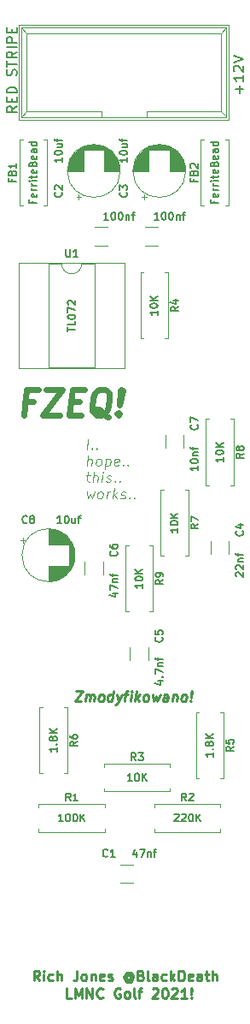
<source format=gbr>
%TF.GenerationSoftware,KiCad,Pcbnew,(5.1.8-0-10_14)*%
%TF.CreationDate,2021-07-20T21:01:28-04:00*%
%TF.ProjectId,fzeq,667a6571-2e6b-4696-9361-645f70636258,rev?*%
%TF.SameCoordinates,Original*%
%TF.FileFunction,Legend,Top*%
%TF.FilePolarity,Positive*%
%FSLAX46Y46*%
G04 Gerber Fmt 4.6, Leading zero omitted, Abs format (unit mm)*
G04 Created by KiCad (PCBNEW (5.1.8-0-10_14)) date 2021-07-20 21:01:28*
%MOMM*%
%LPD*%
G01*
G04 APERTURE LIST*
%ADD10C,0.125000*%
%ADD11C,0.250000*%
%ADD12C,0.625000*%
%ADD13C,0.120000*%
%ADD14C,0.150000*%
G04 APERTURE END LIST*
D10*
X58825297Y-93514880D02*
X58950297Y-92514880D01*
X59313392Y-93419642D02*
X59355059Y-93467261D01*
X59301488Y-93514880D01*
X59259821Y-93467261D01*
X59313392Y-93419642D01*
X59301488Y-93514880D01*
X59789583Y-93419642D02*
X59831250Y-93467261D01*
X59777678Y-93514880D01*
X59736011Y-93467261D01*
X59789583Y-93419642D01*
X59777678Y-93514880D01*
X58825297Y-95139880D02*
X58950297Y-94139880D01*
X59253869Y-95139880D02*
X59319345Y-94616071D01*
X59283630Y-94520833D01*
X59194345Y-94473214D01*
X59051488Y-94473214D01*
X58950297Y-94520833D01*
X58896726Y-94568452D01*
X59872916Y-95139880D02*
X59783630Y-95092261D01*
X59741964Y-95044642D01*
X59706250Y-94949404D01*
X59741964Y-94663690D01*
X59801488Y-94568452D01*
X59855059Y-94520833D01*
X59956250Y-94473214D01*
X60099107Y-94473214D01*
X60188392Y-94520833D01*
X60230059Y-94568452D01*
X60265773Y-94663690D01*
X60230059Y-94949404D01*
X60170535Y-95044642D01*
X60116964Y-95092261D01*
X60015773Y-95139880D01*
X59872916Y-95139880D01*
X60718154Y-94473214D02*
X60593154Y-95473214D01*
X60712202Y-94520833D02*
X60813392Y-94473214D01*
X61003869Y-94473214D01*
X61093154Y-94520833D01*
X61134821Y-94568452D01*
X61170535Y-94663690D01*
X61134821Y-94949404D01*
X61075297Y-95044642D01*
X61021726Y-95092261D01*
X60920535Y-95139880D01*
X60730059Y-95139880D01*
X60640773Y-95092261D01*
X61926488Y-95092261D02*
X61825297Y-95139880D01*
X61634821Y-95139880D01*
X61545535Y-95092261D01*
X61509821Y-94997023D01*
X61557440Y-94616071D01*
X61616964Y-94520833D01*
X61718154Y-94473214D01*
X61908630Y-94473214D01*
X61997916Y-94520833D01*
X62033630Y-94616071D01*
X62021726Y-94711309D01*
X61533630Y-94806547D01*
X62408630Y-95044642D02*
X62450297Y-95092261D01*
X62396726Y-95139880D01*
X62355059Y-95092261D01*
X62408630Y-95044642D01*
X62396726Y-95139880D01*
X62884821Y-95044642D02*
X62926488Y-95092261D01*
X62872916Y-95139880D01*
X62831250Y-95092261D01*
X62884821Y-95044642D01*
X62872916Y-95139880D01*
X58765773Y-96098214D02*
X59146726Y-96098214D01*
X58950297Y-95764880D02*
X58843154Y-96622023D01*
X58878869Y-96717261D01*
X58968154Y-96764880D01*
X59063392Y-96764880D01*
X59396726Y-96764880D02*
X59521726Y-95764880D01*
X59825297Y-96764880D02*
X59890773Y-96241071D01*
X59855059Y-96145833D01*
X59765773Y-96098214D01*
X59622916Y-96098214D01*
X59521726Y-96145833D01*
X59468154Y-96193452D01*
X60301488Y-96764880D02*
X60384821Y-96098214D01*
X60426488Y-95764880D02*
X60372916Y-95812500D01*
X60414583Y-95860119D01*
X60468154Y-95812500D01*
X60426488Y-95764880D01*
X60414583Y-95860119D01*
X60736011Y-96717261D02*
X60825297Y-96764880D01*
X61015773Y-96764880D01*
X61116964Y-96717261D01*
X61176488Y-96622023D01*
X61182440Y-96574404D01*
X61146726Y-96479166D01*
X61057440Y-96431547D01*
X60914583Y-96431547D01*
X60825297Y-96383928D01*
X60789583Y-96288690D01*
X60795535Y-96241071D01*
X60855059Y-96145833D01*
X60956250Y-96098214D01*
X61099107Y-96098214D01*
X61188392Y-96145833D01*
X61599107Y-96669642D02*
X61640773Y-96717261D01*
X61587202Y-96764880D01*
X61545535Y-96717261D01*
X61599107Y-96669642D01*
X61587202Y-96764880D01*
X62075297Y-96669642D02*
X62116964Y-96717261D01*
X62063392Y-96764880D01*
X62021726Y-96717261D01*
X62075297Y-96669642D01*
X62063392Y-96764880D01*
X58813392Y-97723214D02*
X58920535Y-98389880D01*
X59170535Y-97913690D01*
X59301488Y-98389880D01*
X59575297Y-97723214D01*
X60015773Y-98389880D02*
X59926488Y-98342261D01*
X59884821Y-98294642D01*
X59849107Y-98199404D01*
X59884821Y-97913690D01*
X59944345Y-97818452D01*
X59997916Y-97770833D01*
X60099107Y-97723214D01*
X60241964Y-97723214D01*
X60331250Y-97770833D01*
X60372916Y-97818452D01*
X60408630Y-97913690D01*
X60372916Y-98199404D01*
X60313392Y-98294642D01*
X60259821Y-98342261D01*
X60158630Y-98389880D01*
X60015773Y-98389880D01*
X60777678Y-98389880D02*
X60861011Y-97723214D01*
X60837202Y-97913690D02*
X60896726Y-97818452D01*
X60950297Y-97770833D01*
X61051488Y-97723214D01*
X61146726Y-97723214D01*
X61396726Y-98389880D02*
X61521726Y-97389880D01*
X61539583Y-98008928D02*
X61777678Y-98389880D01*
X61861011Y-97723214D02*
X61432440Y-98104166D01*
X62164583Y-98342261D02*
X62253869Y-98389880D01*
X62444345Y-98389880D01*
X62545535Y-98342261D01*
X62605059Y-98247023D01*
X62611011Y-98199404D01*
X62575297Y-98104166D01*
X62486011Y-98056547D01*
X62343154Y-98056547D01*
X62253869Y-98008928D01*
X62218154Y-97913690D01*
X62224107Y-97866071D01*
X62283630Y-97770833D01*
X62384821Y-97723214D01*
X62527678Y-97723214D01*
X62616964Y-97770833D01*
X63027678Y-98294642D02*
X63069345Y-98342261D01*
X63015773Y-98389880D01*
X62974107Y-98342261D01*
X63027678Y-98294642D01*
X63015773Y-98389880D01*
X63503869Y-98294642D02*
X63545535Y-98342261D01*
X63491964Y-98389880D01*
X63450297Y-98342261D01*
X63503869Y-98294642D01*
X63491964Y-98389880D01*
D11*
X57731175Y-117452380D02*
X58397842Y-117452380D01*
X57606175Y-118452380D01*
X58272842Y-118452380D01*
X58653794Y-118452380D02*
X58737127Y-117785714D01*
X58725223Y-117880952D02*
X58778794Y-117833333D01*
X58879985Y-117785714D01*
X59022842Y-117785714D01*
X59112127Y-117833333D01*
X59147842Y-117928571D01*
X59082366Y-118452380D01*
X59147842Y-117928571D02*
X59207366Y-117833333D01*
X59308556Y-117785714D01*
X59451413Y-117785714D01*
X59540699Y-117833333D01*
X59576413Y-117928571D01*
X59510937Y-118452380D01*
X60129985Y-118452380D02*
X60040699Y-118404761D01*
X59999032Y-118357142D01*
X59963318Y-118261904D01*
X59999032Y-117976190D01*
X60058556Y-117880952D01*
X60112127Y-117833333D01*
X60213318Y-117785714D01*
X60356175Y-117785714D01*
X60445461Y-117833333D01*
X60487127Y-117880952D01*
X60522842Y-117976190D01*
X60487127Y-118261904D01*
X60427604Y-118357142D01*
X60374032Y-118404761D01*
X60272842Y-118452380D01*
X60129985Y-118452380D01*
X61320461Y-118452380D02*
X61445461Y-117452380D01*
X61326413Y-118404761D02*
X61225223Y-118452380D01*
X61034747Y-118452380D01*
X60945461Y-118404761D01*
X60903794Y-118357142D01*
X60868080Y-118261904D01*
X60903794Y-117976190D01*
X60963318Y-117880952D01*
X61016889Y-117833333D01*
X61118080Y-117785714D01*
X61308556Y-117785714D01*
X61397842Y-117833333D01*
X61784747Y-117785714D02*
X61939508Y-118452380D01*
X62260937Y-117785714D02*
X61939508Y-118452380D01*
X61814508Y-118690476D01*
X61760937Y-118738095D01*
X61659747Y-118785714D01*
X62499032Y-117785714D02*
X62879985Y-117785714D01*
X62558556Y-118452380D02*
X62665699Y-117595238D01*
X62725223Y-117500000D01*
X62826413Y-117452380D01*
X62921651Y-117452380D01*
X63129985Y-118452380D02*
X63213318Y-117785714D01*
X63254985Y-117452380D02*
X63201413Y-117500000D01*
X63243080Y-117547619D01*
X63296651Y-117500000D01*
X63254985Y-117452380D01*
X63243080Y-117547619D01*
X63606175Y-118452380D02*
X63731175Y-117452380D01*
X63749032Y-118071428D02*
X63987127Y-118452380D01*
X64070461Y-117785714D02*
X63641889Y-118166666D01*
X64558556Y-118452380D02*
X64469270Y-118404761D01*
X64427604Y-118357142D01*
X64391889Y-118261904D01*
X64427604Y-117976190D01*
X64487127Y-117880952D01*
X64540699Y-117833333D01*
X64641889Y-117785714D01*
X64784747Y-117785714D01*
X64874032Y-117833333D01*
X64915699Y-117880952D01*
X64951413Y-117976190D01*
X64915699Y-118261904D01*
X64856175Y-118357142D01*
X64802604Y-118404761D01*
X64701413Y-118452380D01*
X64558556Y-118452380D01*
X65308556Y-117785714D02*
X65415699Y-118452380D01*
X65665699Y-117976190D01*
X65796651Y-118452380D01*
X66070461Y-117785714D01*
X66796651Y-118452380D02*
X66862127Y-117928571D01*
X66826413Y-117833333D01*
X66737127Y-117785714D01*
X66546651Y-117785714D01*
X66445461Y-117833333D01*
X66802604Y-118404761D02*
X66701413Y-118452380D01*
X66463318Y-118452380D01*
X66374032Y-118404761D01*
X66338318Y-118309523D01*
X66350223Y-118214285D01*
X66409747Y-118119047D01*
X66510937Y-118071428D01*
X66749032Y-118071428D01*
X66850223Y-118023809D01*
X67356175Y-117785714D02*
X67272842Y-118452380D01*
X67344270Y-117880952D02*
X67397842Y-117833333D01*
X67499032Y-117785714D01*
X67641889Y-117785714D01*
X67731175Y-117833333D01*
X67766889Y-117928571D01*
X67701413Y-118452380D01*
X68320461Y-118452380D02*
X68231175Y-118404761D01*
X68189508Y-118357142D01*
X68153794Y-118261904D01*
X68189508Y-117976190D01*
X68249032Y-117880952D01*
X68302604Y-117833333D01*
X68403794Y-117785714D01*
X68546651Y-117785714D01*
X68635937Y-117833333D01*
X68677604Y-117880952D01*
X68713318Y-117976190D01*
X68677604Y-118261904D01*
X68618080Y-118357142D01*
X68564508Y-118404761D01*
X68463318Y-118452380D01*
X68320461Y-118452380D01*
X69094270Y-118357142D02*
X69135937Y-118404761D01*
X69082366Y-118452380D01*
X69040699Y-118404761D01*
X69094270Y-118357142D01*
X69082366Y-118452380D01*
X69129985Y-118071428D02*
X69153794Y-117500000D01*
X69207366Y-117452380D01*
X69249032Y-117500000D01*
X69129985Y-118071428D01*
X69207366Y-117452380D01*
D12*
X53524367Y-88821428D02*
X52691034Y-88821428D01*
X52527343Y-90130952D02*
X52839843Y-87630952D01*
X54030319Y-87630952D01*
X54744605Y-87630952D02*
X56411272Y-87630952D01*
X54432105Y-90130952D01*
X56098772Y-90130952D01*
X57214843Y-88821428D02*
X58048177Y-88821428D01*
X58241629Y-90130952D02*
X57051153Y-90130952D01*
X57363653Y-87630952D01*
X58554129Y-87630952D01*
X60949962Y-90369047D02*
X60726748Y-90250000D01*
X60518415Y-90011904D01*
X60205915Y-89654761D01*
X59982700Y-89535714D01*
X59744605Y-89535714D01*
X59789248Y-90130952D02*
X59566034Y-90011904D01*
X59357700Y-89773809D01*
X59298177Y-89297619D01*
X59402343Y-88464285D01*
X59580915Y-87988095D01*
X59848772Y-87750000D01*
X60101748Y-87630952D01*
X60577938Y-87630952D01*
X60801153Y-87750000D01*
X61009486Y-87988095D01*
X61069010Y-88464285D01*
X60964843Y-89297619D01*
X60786272Y-89773809D01*
X60518415Y-90011904D01*
X60265438Y-90130952D01*
X59789248Y-90130952D01*
X61961867Y-89892857D02*
X62066034Y-90011904D01*
X61932105Y-90130952D01*
X61827938Y-90011904D01*
X61961867Y-89892857D01*
X61932105Y-90130952D01*
X62051153Y-89178571D02*
X62110677Y-87750000D01*
X62244605Y-87630952D01*
X62348772Y-87750000D01*
X62051153Y-89178571D01*
X62244605Y-87630952D01*
D11*
X54119047Y-146077380D02*
X53785714Y-145601190D01*
X53547619Y-146077380D02*
X53547619Y-145077380D01*
X53928571Y-145077380D01*
X54023809Y-145125000D01*
X54071428Y-145172619D01*
X54119047Y-145267857D01*
X54119047Y-145410714D01*
X54071428Y-145505952D01*
X54023809Y-145553571D01*
X53928571Y-145601190D01*
X53547619Y-145601190D01*
X54547619Y-146077380D02*
X54547619Y-145410714D01*
X54547619Y-145077380D02*
X54500000Y-145125000D01*
X54547619Y-145172619D01*
X54595238Y-145125000D01*
X54547619Y-145077380D01*
X54547619Y-145172619D01*
X55452380Y-146029761D02*
X55357142Y-146077380D01*
X55166666Y-146077380D01*
X55071428Y-146029761D01*
X55023809Y-145982142D01*
X54976190Y-145886904D01*
X54976190Y-145601190D01*
X55023809Y-145505952D01*
X55071428Y-145458333D01*
X55166666Y-145410714D01*
X55357142Y-145410714D01*
X55452380Y-145458333D01*
X55880952Y-146077380D02*
X55880952Y-145077380D01*
X56309523Y-146077380D02*
X56309523Y-145553571D01*
X56261904Y-145458333D01*
X56166666Y-145410714D01*
X56023809Y-145410714D01*
X55928571Y-145458333D01*
X55880952Y-145505952D01*
X57833333Y-145077380D02*
X57833333Y-145791666D01*
X57785714Y-145934523D01*
X57690476Y-146029761D01*
X57547619Y-146077380D01*
X57452380Y-146077380D01*
X58452380Y-146077380D02*
X58357142Y-146029761D01*
X58309523Y-145982142D01*
X58261904Y-145886904D01*
X58261904Y-145601190D01*
X58309523Y-145505952D01*
X58357142Y-145458333D01*
X58452380Y-145410714D01*
X58595238Y-145410714D01*
X58690476Y-145458333D01*
X58738095Y-145505952D01*
X58785714Y-145601190D01*
X58785714Y-145886904D01*
X58738095Y-145982142D01*
X58690476Y-146029761D01*
X58595238Y-146077380D01*
X58452380Y-146077380D01*
X59214285Y-145410714D02*
X59214285Y-146077380D01*
X59214285Y-145505952D02*
X59261904Y-145458333D01*
X59357142Y-145410714D01*
X59500000Y-145410714D01*
X59595238Y-145458333D01*
X59642857Y-145553571D01*
X59642857Y-146077380D01*
X60500000Y-146029761D02*
X60404761Y-146077380D01*
X60214285Y-146077380D01*
X60119047Y-146029761D01*
X60071428Y-145934523D01*
X60071428Y-145553571D01*
X60119047Y-145458333D01*
X60214285Y-145410714D01*
X60404761Y-145410714D01*
X60500000Y-145458333D01*
X60547619Y-145553571D01*
X60547619Y-145648809D01*
X60071428Y-145744047D01*
X60928571Y-146029761D02*
X61023809Y-146077380D01*
X61214285Y-146077380D01*
X61309523Y-146029761D01*
X61357142Y-145934523D01*
X61357142Y-145886904D01*
X61309523Y-145791666D01*
X61214285Y-145744047D01*
X61071428Y-145744047D01*
X60976190Y-145696428D01*
X60928571Y-145601190D01*
X60928571Y-145553571D01*
X60976190Y-145458333D01*
X61071428Y-145410714D01*
X61214285Y-145410714D01*
X61309523Y-145458333D01*
X63166666Y-145601190D02*
X63119047Y-145553571D01*
X63023809Y-145505952D01*
X62928571Y-145505952D01*
X62833333Y-145553571D01*
X62785714Y-145601190D01*
X62738095Y-145696428D01*
X62738095Y-145791666D01*
X62785714Y-145886904D01*
X62833333Y-145934523D01*
X62928571Y-145982142D01*
X63023809Y-145982142D01*
X63119047Y-145934523D01*
X63166666Y-145886904D01*
X63166666Y-145505952D02*
X63166666Y-145886904D01*
X63214285Y-145934523D01*
X63261904Y-145934523D01*
X63357142Y-145886904D01*
X63404761Y-145791666D01*
X63404761Y-145553571D01*
X63309523Y-145410714D01*
X63166666Y-145315476D01*
X62976190Y-145267857D01*
X62785714Y-145315476D01*
X62642857Y-145410714D01*
X62547619Y-145553571D01*
X62500000Y-145744047D01*
X62547619Y-145934523D01*
X62642857Y-146077380D01*
X62785714Y-146172619D01*
X62976190Y-146220238D01*
X63166666Y-146172619D01*
X63309523Y-146077380D01*
X64166666Y-145553571D02*
X64309523Y-145601190D01*
X64357142Y-145648809D01*
X64404761Y-145744047D01*
X64404761Y-145886904D01*
X64357142Y-145982142D01*
X64309523Y-146029761D01*
X64214285Y-146077380D01*
X63833333Y-146077380D01*
X63833333Y-145077380D01*
X64166666Y-145077380D01*
X64261904Y-145125000D01*
X64309523Y-145172619D01*
X64357142Y-145267857D01*
X64357142Y-145363095D01*
X64309523Y-145458333D01*
X64261904Y-145505952D01*
X64166666Y-145553571D01*
X63833333Y-145553571D01*
X64976190Y-146077380D02*
X64880952Y-146029761D01*
X64833333Y-145934523D01*
X64833333Y-145077380D01*
X65785714Y-146077380D02*
X65785714Y-145553571D01*
X65738095Y-145458333D01*
X65642857Y-145410714D01*
X65452380Y-145410714D01*
X65357142Y-145458333D01*
X65785714Y-146029761D02*
X65690476Y-146077380D01*
X65452380Y-146077380D01*
X65357142Y-146029761D01*
X65309523Y-145934523D01*
X65309523Y-145839285D01*
X65357142Y-145744047D01*
X65452380Y-145696428D01*
X65690476Y-145696428D01*
X65785714Y-145648809D01*
X66690476Y-146029761D02*
X66595238Y-146077380D01*
X66404761Y-146077380D01*
X66309523Y-146029761D01*
X66261904Y-145982142D01*
X66214285Y-145886904D01*
X66214285Y-145601190D01*
X66261904Y-145505952D01*
X66309523Y-145458333D01*
X66404761Y-145410714D01*
X66595238Y-145410714D01*
X66690476Y-145458333D01*
X67119047Y-146077380D02*
X67119047Y-145077380D01*
X67214285Y-145696428D02*
X67500000Y-146077380D01*
X67500000Y-145410714D02*
X67119047Y-145791666D01*
X67928571Y-146077380D02*
X67928571Y-145077380D01*
X68166666Y-145077380D01*
X68309523Y-145125000D01*
X68404761Y-145220238D01*
X68452380Y-145315476D01*
X68500000Y-145505952D01*
X68500000Y-145648809D01*
X68452380Y-145839285D01*
X68404761Y-145934523D01*
X68309523Y-146029761D01*
X68166666Y-146077380D01*
X67928571Y-146077380D01*
X69309523Y-146029761D02*
X69214285Y-146077380D01*
X69023809Y-146077380D01*
X68928571Y-146029761D01*
X68880952Y-145934523D01*
X68880952Y-145553571D01*
X68928571Y-145458333D01*
X69023809Y-145410714D01*
X69214285Y-145410714D01*
X69309523Y-145458333D01*
X69357142Y-145553571D01*
X69357142Y-145648809D01*
X68880952Y-145744047D01*
X70214285Y-146077380D02*
X70214285Y-145553571D01*
X70166666Y-145458333D01*
X70071428Y-145410714D01*
X69880952Y-145410714D01*
X69785714Y-145458333D01*
X70214285Y-146029761D02*
X70119047Y-146077380D01*
X69880952Y-146077380D01*
X69785714Y-146029761D01*
X69738095Y-145934523D01*
X69738095Y-145839285D01*
X69785714Y-145744047D01*
X69880952Y-145696428D01*
X70119047Y-145696428D01*
X70214285Y-145648809D01*
X70547619Y-145410714D02*
X70928571Y-145410714D01*
X70690476Y-145077380D02*
X70690476Y-145934523D01*
X70738095Y-146029761D01*
X70833333Y-146077380D01*
X70928571Y-146077380D01*
X71261904Y-146077380D02*
X71261904Y-145077380D01*
X71690476Y-146077380D02*
X71690476Y-145553571D01*
X71642857Y-145458333D01*
X71547619Y-145410714D01*
X71404761Y-145410714D01*
X71309523Y-145458333D01*
X71261904Y-145505952D01*
X57309523Y-147827380D02*
X56833333Y-147827380D01*
X56833333Y-146827380D01*
X57642857Y-147827380D02*
X57642857Y-146827380D01*
X57976190Y-147541666D01*
X58309523Y-146827380D01*
X58309523Y-147827380D01*
X58785714Y-147827380D02*
X58785714Y-146827380D01*
X59357142Y-147827380D01*
X59357142Y-146827380D01*
X60404761Y-147732142D02*
X60357142Y-147779761D01*
X60214285Y-147827380D01*
X60119047Y-147827380D01*
X59976190Y-147779761D01*
X59880952Y-147684523D01*
X59833333Y-147589285D01*
X59785714Y-147398809D01*
X59785714Y-147255952D01*
X59833333Y-147065476D01*
X59880952Y-146970238D01*
X59976190Y-146875000D01*
X60119047Y-146827380D01*
X60214285Y-146827380D01*
X60357142Y-146875000D01*
X60404761Y-146922619D01*
X62119047Y-146875000D02*
X62023809Y-146827380D01*
X61880952Y-146827380D01*
X61738095Y-146875000D01*
X61642857Y-146970238D01*
X61595238Y-147065476D01*
X61547619Y-147255952D01*
X61547619Y-147398809D01*
X61595238Y-147589285D01*
X61642857Y-147684523D01*
X61738095Y-147779761D01*
X61880952Y-147827380D01*
X61976190Y-147827380D01*
X62119047Y-147779761D01*
X62166666Y-147732142D01*
X62166666Y-147398809D01*
X61976190Y-147398809D01*
X62738095Y-147827380D02*
X62642857Y-147779761D01*
X62595238Y-147732142D01*
X62547619Y-147636904D01*
X62547619Y-147351190D01*
X62595238Y-147255952D01*
X62642857Y-147208333D01*
X62738095Y-147160714D01*
X62880952Y-147160714D01*
X62976190Y-147208333D01*
X63023809Y-147255952D01*
X63071428Y-147351190D01*
X63071428Y-147636904D01*
X63023809Y-147732142D01*
X62976190Y-147779761D01*
X62880952Y-147827380D01*
X62738095Y-147827380D01*
X63642857Y-147827380D02*
X63547619Y-147779761D01*
X63500000Y-147684523D01*
X63500000Y-146827380D01*
X63880952Y-147160714D02*
X64261904Y-147160714D01*
X64023809Y-147827380D02*
X64023809Y-146970238D01*
X64071428Y-146875000D01*
X64166666Y-146827380D01*
X64261904Y-146827380D01*
X65309523Y-146922619D02*
X65357142Y-146875000D01*
X65452380Y-146827380D01*
X65690476Y-146827380D01*
X65785714Y-146875000D01*
X65833333Y-146922619D01*
X65880952Y-147017857D01*
X65880952Y-147113095D01*
X65833333Y-147255952D01*
X65261904Y-147827380D01*
X65880952Y-147827380D01*
X66500000Y-146827380D02*
X66595238Y-146827380D01*
X66690476Y-146875000D01*
X66738095Y-146922619D01*
X66785714Y-147017857D01*
X66833333Y-147208333D01*
X66833333Y-147446428D01*
X66785714Y-147636904D01*
X66738095Y-147732142D01*
X66690476Y-147779761D01*
X66595238Y-147827380D01*
X66500000Y-147827380D01*
X66404761Y-147779761D01*
X66357142Y-147732142D01*
X66309523Y-147636904D01*
X66261904Y-147446428D01*
X66261904Y-147208333D01*
X66309523Y-147017857D01*
X66357142Y-146922619D01*
X66404761Y-146875000D01*
X66500000Y-146827380D01*
X67214285Y-146922619D02*
X67261904Y-146875000D01*
X67357142Y-146827380D01*
X67595238Y-146827380D01*
X67690476Y-146875000D01*
X67738095Y-146922619D01*
X67785714Y-147017857D01*
X67785714Y-147113095D01*
X67738095Y-147255952D01*
X67166666Y-147827380D01*
X67785714Y-147827380D01*
X68738095Y-147827380D02*
X68166666Y-147827380D01*
X68452380Y-147827380D02*
X68452380Y-146827380D01*
X68357142Y-146970238D01*
X68261904Y-147065476D01*
X68166666Y-147113095D01*
X69166666Y-147732142D02*
X69214285Y-147779761D01*
X69166666Y-147827380D01*
X69119047Y-147779761D01*
X69166666Y-147732142D01*
X69166666Y-147827380D01*
X69166666Y-147446428D02*
X69119047Y-146875000D01*
X69166666Y-146827380D01*
X69214285Y-146875000D01*
X69166666Y-147446428D01*
X69166666Y-146827380D01*
D13*
%TO.C,FB2*%
X72870000Y-62920000D02*
X72540000Y-62920000D01*
X72870000Y-69460000D02*
X72870000Y-62920000D01*
X72540000Y-69460000D02*
X72870000Y-69460000D01*
X70130000Y-62920000D02*
X70460000Y-62920000D01*
X70130000Y-69460000D02*
X70130000Y-62920000D01*
X70460000Y-69460000D02*
X70130000Y-69460000D01*
%TO.C,C8*%
X57620000Y-104000000D02*
G75*
G03*
X57620000Y-104000000I-2620000J0D01*
G01*
X55000000Y-105040000D02*
X55000000Y-106580000D01*
X55000000Y-101420000D02*
X55000000Y-102960000D01*
X55040000Y-105040000D02*
X55040000Y-106580000D01*
X55040000Y-101420000D02*
X55040000Y-102960000D01*
X55080000Y-101421000D02*
X55080000Y-102960000D01*
X55080000Y-105040000D02*
X55080000Y-106579000D01*
X55120000Y-101422000D02*
X55120000Y-102960000D01*
X55120000Y-105040000D02*
X55120000Y-106578000D01*
X55160000Y-101424000D02*
X55160000Y-102960000D01*
X55160000Y-105040000D02*
X55160000Y-106576000D01*
X55200000Y-101427000D02*
X55200000Y-102960000D01*
X55200000Y-105040000D02*
X55200000Y-106573000D01*
X55240000Y-101431000D02*
X55240000Y-102960000D01*
X55240000Y-105040000D02*
X55240000Y-106569000D01*
X55280000Y-101435000D02*
X55280000Y-102960000D01*
X55280000Y-105040000D02*
X55280000Y-106565000D01*
X55320000Y-101439000D02*
X55320000Y-102960000D01*
X55320000Y-105040000D02*
X55320000Y-106561000D01*
X55360000Y-101444000D02*
X55360000Y-102960000D01*
X55360000Y-105040000D02*
X55360000Y-106556000D01*
X55400000Y-101450000D02*
X55400000Y-102960000D01*
X55400000Y-105040000D02*
X55400000Y-106550000D01*
X55440000Y-101457000D02*
X55440000Y-102960000D01*
X55440000Y-105040000D02*
X55440000Y-106543000D01*
X55480000Y-101464000D02*
X55480000Y-102960000D01*
X55480000Y-105040000D02*
X55480000Y-106536000D01*
X55520000Y-101472000D02*
X55520000Y-102960000D01*
X55520000Y-105040000D02*
X55520000Y-106528000D01*
X55560000Y-101480000D02*
X55560000Y-102960000D01*
X55560000Y-105040000D02*
X55560000Y-106520000D01*
X55600000Y-101489000D02*
X55600000Y-102960000D01*
X55600000Y-105040000D02*
X55600000Y-106511000D01*
X55640000Y-101499000D02*
X55640000Y-102960000D01*
X55640000Y-105040000D02*
X55640000Y-106501000D01*
X55680000Y-101509000D02*
X55680000Y-102960000D01*
X55680000Y-105040000D02*
X55680000Y-106491000D01*
X55721000Y-101520000D02*
X55721000Y-102960000D01*
X55721000Y-105040000D02*
X55721000Y-106480000D01*
X55761000Y-101532000D02*
X55761000Y-102960000D01*
X55761000Y-105040000D02*
X55761000Y-106468000D01*
X55801000Y-101545000D02*
X55801000Y-102960000D01*
X55801000Y-105040000D02*
X55801000Y-106455000D01*
X55841000Y-101558000D02*
X55841000Y-102960000D01*
X55841000Y-105040000D02*
X55841000Y-106442000D01*
X55881000Y-101572000D02*
X55881000Y-102960000D01*
X55881000Y-105040000D02*
X55881000Y-106428000D01*
X55921000Y-101586000D02*
X55921000Y-102960000D01*
X55921000Y-105040000D02*
X55921000Y-106414000D01*
X55961000Y-101602000D02*
X55961000Y-102960000D01*
X55961000Y-105040000D02*
X55961000Y-106398000D01*
X56001000Y-101618000D02*
X56001000Y-102960000D01*
X56001000Y-105040000D02*
X56001000Y-106382000D01*
X56041000Y-101635000D02*
X56041000Y-102960000D01*
X56041000Y-105040000D02*
X56041000Y-106365000D01*
X56081000Y-101652000D02*
X56081000Y-102960000D01*
X56081000Y-105040000D02*
X56081000Y-106348000D01*
X56121000Y-101671000D02*
X56121000Y-102960000D01*
X56121000Y-105040000D02*
X56121000Y-106329000D01*
X56161000Y-101690000D02*
X56161000Y-102960000D01*
X56161000Y-105040000D02*
X56161000Y-106310000D01*
X56201000Y-101710000D02*
X56201000Y-102960000D01*
X56201000Y-105040000D02*
X56201000Y-106290000D01*
X56241000Y-101732000D02*
X56241000Y-102960000D01*
X56241000Y-105040000D02*
X56241000Y-106268000D01*
X56281000Y-101753000D02*
X56281000Y-102960000D01*
X56281000Y-105040000D02*
X56281000Y-106247000D01*
X56321000Y-101776000D02*
X56321000Y-102960000D01*
X56321000Y-105040000D02*
X56321000Y-106224000D01*
X56361000Y-101800000D02*
X56361000Y-102960000D01*
X56361000Y-105040000D02*
X56361000Y-106200000D01*
X56401000Y-101825000D02*
X56401000Y-102960000D01*
X56401000Y-105040000D02*
X56401000Y-106175000D01*
X56441000Y-101851000D02*
X56441000Y-102960000D01*
X56441000Y-105040000D02*
X56441000Y-106149000D01*
X56481000Y-101878000D02*
X56481000Y-102960000D01*
X56481000Y-105040000D02*
X56481000Y-106122000D01*
X56521000Y-101905000D02*
X56521000Y-102960000D01*
X56521000Y-105040000D02*
X56521000Y-106095000D01*
X56561000Y-101935000D02*
X56561000Y-102960000D01*
X56561000Y-105040000D02*
X56561000Y-106065000D01*
X56601000Y-101965000D02*
X56601000Y-102960000D01*
X56601000Y-105040000D02*
X56601000Y-106035000D01*
X56641000Y-101996000D02*
X56641000Y-102960000D01*
X56641000Y-105040000D02*
X56641000Y-106004000D01*
X56681000Y-102029000D02*
X56681000Y-102960000D01*
X56681000Y-105040000D02*
X56681000Y-105971000D01*
X56721000Y-102063000D02*
X56721000Y-102960000D01*
X56721000Y-105040000D02*
X56721000Y-105937000D01*
X56761000Y-102099000D02*
X56761000Y-102960000D01*
X56761000Y-105040000D02*
X56761000Y-105901000D01*
X56801000Y-102136000D02*
X56801000Y-102960000D01*
X56801000Y-105040000D02*
X56801000Y-105864000D01*
X56841000Y-102174000D02*
X56841000Y-102960000D01*
X56841000Y-105040000D02*
X56841000Y-105826000D01*
X56881000Y-102215000D02*
X56881000Y-102960000D01*
X56881000Y-105040000D02*
X56881000Y-105785000D01*
X56921000Y-102257000D02*
X56921000Y-102960000D01*
X56921000Y-105040000D02*
X56921000Y-105743000D01*
X56961000Y-102301000D02*
X56961000Y-102960000D01*
X56961000Y-105040000D02*
X56961000Y-105699000D01*
X57001000Y-102347000D02*
X57001000Y-102960000D01*
X57001000Y-105040000D02*
X57001000Y-105653000D01*
X57041000Y-102395000D02*
X57041000Y-105605000D01*
X57081000Y-102446000D02*
X57081000Y-105554000D01*
X57121000Y-102500000D02*
X57121000Y-105500000D01*
X57161000Y-102557000D02*
X57161000Y-105443000D01*
X57201000Y-102617000D02*
X57201000Y-105383000D01*
X57241000Y-102681000D02*
X57241000Y-105319000D01*
X57281000Y-102749000D02*
X57281000Y-105251000D01*
X57321000Y-102822000D02*
X57321000Y-105178000D01*
X57361000Y-102902000D02*
X57361000Y-105098000D01*
X57401000Y-102989000D02*
X57401000Y-105011000D01*
X57441000Y-103085000D02*
X57441000Y-104915000D01*
X57481000Y-103195000D02*
X57481000Y-104805000D01*
X57521000Y-103323000D02*
X57521000Y-104677000D01*
X57561000Y-103482000D02*
X57561000Y-104518000D01*
X57601000Y-103716000D02*
X57601000Y-104284000D01*
X52195225Y-102525000D02*
X52695225Y-102525000D01*
X52445225Y-102275000D02*
X52445225Y-102775000D01*
%TO.C,C1*%
X62121000Y-134580000D02*
X63379000Y-134580000D01*
X62121000Y-136420000D02*
X63379000Y-136420000D01*
%TO.C,C2*%
X57775000Y-68554775D02*
X58275000Y-68554775D01*
X58025000Y-68804775D02*
X58025000Y-68304775D01*
X59216000Y-63399000D02*
X59784000Y-63399000D01*
X58982000Y-63439000D02*
X60018000Y-63439000D01*
X58823000Y-63479000D02*
X60177000Y-63479000D01*
X58695000Y-63519000D02*
X60305000Y-63519000D01*
X58585000Y-63559000D02*
X60415000Y-63559000D01*
X58489000Y-63599000D02*
X60511000Y-63599000D01*
X58402000Y-63639000D02*
X60598000Y-63639000D01*
X58322000Y-63679000D02*
X60678000Y-63679000D01*
X58249000Y-63719000D02*
X60751000Y-63719000D01*
X58181000Y-63759000D02*
X60819000Y-63759000D01*
X58117000Y-63799000D02*
X60883000Y-63799000D01*
X58057000Y-63839000D02*
X60943000Y-63839000D01*
X58000000Y-63879000D02*
X61000000Y-63879000D01*
X57946000Y-63919000D02*
X61054000Y-63919000D01*
X57895000Y-63959000D02*
X61105000Y-63959000D01*
X60540000Y-63999000D02*
X61153000Y-63999000D01*
X57847000Y-63999000D02*
X58460000Y-63999000D01*
X60540000Y-64039000D02*
X61199000Y-64039000D01*
X57801000Y-64039000D02*
X58460000Y-64039000D01*
X60540000Y-64079000D02*
X61243000Y-64079000D01*
X57757000Y-64079000D02*
X58460000Y-64079000D01*
X60540000Y-64119000D02*
X61285000Y-64119000D01*
X57715000Y-64119000D02*
X58460000Y-64119000D01*
X60540000Y-64159000D02*
X61326000Y-64159000D01*
X57674000Y-64159000D02*
X58460000Y-64159000D01*
X60540000Y-64199000D02*
X61364000Y-64199000D01*
X57636000Y-64199000D02*
X58460000Y-64199000D01*
X60540000Y-64239000D02*
X61401000Y-64239000D01*
X57599000Y-64239000D02*
X58460000Y-64239000D01*
X60540000Y-64279000D02*
X61437000Y-64279000D01*
X57563000Y-64279000D02*
X58460000Y-64279000D01*
X60540000Y-64319000D02*
X61471000Y-64319000D01*
X57529000Y-64319000D02*
X58460000Y-64319000D01*
X60540000Y-64359000D02*
X61504000Y-64359000D01*
X57496000Y-64359000D02*
X58460000Y-64359000D01*
X60540000Y-64399000D02*
X61535000Y-64399000D01*
X57465000Y-64399000D02*
X58460000Y-64399000D01*
X60540000Y-64439000D02*
X61565000Y-64439000D01*
X57435000Y-64439000D02*
X58460000Y-64439000D01*
X60540000Y-64479000D02*
X61595000Y-64479000D01*
X57405000Y-64479000D02*
X58460000Y-64479000D01*
X60540000Y-64519000D02*
X61622000Y-64519000D01*
X57378000Y-64519000D02*
X58460000Y-64519000D01*
X60540000Y-64559000D02*
X61649000Y-64559000D01*
X57351000Y-64559000D02*
X58460000Y-64559000D01*
X60540000Y-64599000D02*
X61675000Y-64599000D01*
X57325000Y-64599000D02*
X58460000Y-64599000D01*
X60540000Y-64639000D02*
X61700000Y-64639000D01*
X57300000Y-64639000D02*
X58460000Y-64639000D01*
X60540000Y-64679000D02*
X61724000Y-64679000D01*
X57276000Y-64679000D02*
X58460000Y-64679000D01*
X60540000Y-64719000D02*
X61747000Y-64719000D01*
X57253000Y-64719000D02*
X58460000Y-64719000D01*
X60540000Y-64759000D02*
X61768000Y-64759000D01*
X57232000Y-64759000D02*
X58460000Y-64759000D01*
X60540000Y-64799000D02*
X61790000Y-64799000D01*
X57210000Y-64799000D02*
X58460000Y-64799000D01*
X60540000Y-64839000D02*
X61810000Y-64839000D01*
X57190000Y-64839000D02*
X58460000Y-64839000D01*
X60540000Y-64879000D02*
X61829000Y-64879000D01*
X57171000Y-64879000D02*
X58460000Y-64879000D01*
X60540000Y-64919000D02*
X61848000Y-64919000D01*
X57152000Y-64919000D02*
X58460000Y-64919000D01*
X60540000Y-64959000D02*
X61865000Y-64959000D01*
X57135000Y-64959000D02*
X58460000Y-64959000D01*
X60540000Y-64999000D02*
X61882000Y-64999000D01*
X57118000Y-64999000D02*
X58460000Y-64999000D01*
X60540000Y-65039000D02*
X61898000Y-65039000D01*
X57102000Y-65039000D02*
X58460000Y-65039000D01*
X60540000Y-65079000D02*
X61914000Y-65079000D01*
X57086000Y-65079000D02*
X58460000Y-65079000D01*
X60540000Y-65119000D02*
X61928000Y-65119000D01*
X57072000Y-65119000D02*
X58460000Y-65119000D01*
X60540000Y-65159000D02*
X61942000Y-65159000D01*
X57058000Y-65159000D02*
X58460000Y-65159000D01*
X60540000Y-65199000D02*
X61955000Y-65199000D01*
X57045000Y-65199000D02*
X58460000Y-65199000D01*
X60540000Y-65239000D02*
X61968000Y-65239000D01*
X57032000Y-65239000D02*
X58460000Y-65239000D01*
X60540000Y-65279000D02*
X61980000Y-65279000D01*
X57020000Y-65279000D02*
X58460000Y-65279000D01*
X60540000Y-65320000D02*
X61991000Y-65320000D01*
X57009000Y-65320000D02*
X58460000Y-65320000D01*
X60540000Y-65360000D02*
X62001000Y-65360000D01*
X56999000Y-65360000D02*
X58460000Y-65360000D01*
X60540000Y-65400000D02*
X62011000Y-65400000D01*
X56989000Y-65400000D02*
X58460000Y-65400000D01*
X60540000Y-65440000D02*
X62020000Y-65440000D01*
X56980000Y-65440000D02*
X58460000Y-65440000D01*
X60540000Y-65480000D02*
X62028000Y-65480000D01*
X56972000Y-65480000D02*
X58460000Y-65480000D01*
X60540000Y-65520000D02*
X62036000Y-65520000D01*
X56964000Y-65520000D02*
X58460000Y-65520000D01*
X60540000Y-65560000D02*
X62043000Y-65560000D01*
X56957000Y-65560000D02*
X58460000Y-65560000D01*
X60540000Y-65600000D02*
X62050000Y-65600000D01*
X56950000Y-65600000D02*
X58460000Y-65600000D01*
X60540000Y-65640000D02*
X62056000Y-65640000D01*
X56944000Y-65640000D02*
X58460000Y-65640000D01*
X60540000Y-65680000D02*
X62061000Y-65680000D01*
X56939000Y-65680000D02*
X58460000Y-65680000D01*
X60540000Y-65720000D02*
X62065000Y-65720000D01*
X56935000Y-65720000D02*
X58460000Y-65720000D01*
X60540000Y-65760000D02*
X62069000Y-65760000D01*
X56931000Y-65760000D02*
X58460000Y-65760000D01*
X60540000Y-65800000D02*
X62073000Y-65800000D01*
X56927000Y-65800000D02*
X58460000Y-65800000D01*
X60540000Y-65840000D02*
X62076000Y-65840000D01*
X56924000Y-65840000D02*
X58460000Y-65840000D01*
X60540000Y-65880000D02*
X62078000Y-65880000D01*
X56922000Y-65880000D02*
X58460000Y-65880000D01*
X60540000Y-65920000D02*
X62079000Y-65920000D01*
X56921000Y-65920000D02*
X58460000Y-65920000D01*
X56920000Y-65960000D02*
X58460000Y-65960000D01*
X60540000Y-65960000D02*
X62080000Y-65960000D01*
X56920000Y-66000000D02*
X58460000Y-66000000D01*
X60540000Y-66000000D02*
X62080000Y-66000000D01*
X62120000Y-66000000D02*
G75*
G03*
X62120000Y-66000000I-2620000J0D01*
G01*
%TO.C,C3*%
X68620000Y-66000000D02*
G75*
G03*
X68620000Y-66000000I-2620000J0D01*
G01*
X67040000Y-66000000D02*
X68580000Y-66000000D01*
X63420000Y-66000000D02*
X64960000Y-66000000D01*
X67040000Y-65960000D02*
X68580000Y-65960000D01*
X63420000Y-65960000D02*
X64960000Y-65960000D01*
X63421000Y-65920000D02*
X64960000Y-65920000D01*
X67040000Y-65920000D02*
X68579000Y-65920000D01*
X63422000Y-65880000D02*
X64960000Y-65880000D01*
X67040000Y-65880000D02*
X68578000Y-65880000D01*
X63424000Y-65840000D02*
X64960000Y-65840000D01*
X67040000Y-65840000D02*
X68576000Y-65840000D01*
X63427000Y-65800000D02*
X64960000Y-65800000D01*
X67040000Y-65800000D02*
X68573000Y-65800000D01*
X63431000Y-65760000D02*
X64960000Y-65760000D01*
X67040000Y-65760000D02*
X68569000Y-65760000D01*
X63435000Y-65720000D02*
X64960000Y-65720000D01*
X67040000Y-65720000D02*
X68565000Y-65720000D01*
X63439000Y-65680000D02*
X64960000Y-65680000D01*
X67040000Y-65680000D02*
X68561000Y-65680000D01*
X63444000Y-65640000D02*
X64960000Y-65640000D01*
X67040000Y-65640000D02*
X68556000Y-65640000D01*
X63450000Y-65600000D02*
X64960000Y-65600000D01*
X67040000Y-65600000D02*
X68550000Y-65600000D01*
X63457000Y-65560000D02*
X64960000Y-65560000D01*
X67040000Y-65560000D02*
X68543000Y-65560000D01*
X63464000Y-65520000D02*
X64960000Y-65520000D01*
X67040000Y-65520000D02*
X68536000Y-65520000D01*
X63472000Y-65480000D02*
X64960000Y-65480000D01*
X67040000Y-65480000D02*
X68528000Y-65480000D01*
X63480000Y-65440000D02*
X64960000Y-65440000D01*
X67040000Y-65440000D02*
X68520000Y-65440000D01*
X63489000Y-65400000D02*
X64960000Y-65400000D01*
X67040000Y-65400000D02*
X68511000Y-65400000D01*
X63499000Y-65360000D02*
X64960000Y-65360000D01*
X67040000Y-65360000D02*
X68501000Y-65360000D01*
X63509000Y-65320000D02*
X64960000Y-65320000D01*
X67040000Y-65320000D02*
X68491000Y-65320000D01*
X63520000Y-65279000D02*
X64960000Y-65279000D01*
X67040000Y-65279000D02*
X68480000Y-65279000D01*
X63532000Y-65239000D02*
X64960000Y-65239000D01*
X67040000Y-65239000D02*
X68468000Y-65239000D01*
X63545000Y-65199000D02*
X64960000Y-65199000D01*
X67040000Y-65199000D02*
X68455000Y-65199000D01*
X63558000Y-65159000D02*
X64960000Y-65159000D01*
X67040000Y-65159000D02*
X68442000Y-65159000D01*
X63572000Y-65119000D02*
X64960000Y-65119000D01*
X67040000Y-65119000D02*
X68428000Y-65119000D01*
X63586000Y-65079000D02*
X64960000Y-65079000D01*
X67040000Y-65079000D02*
X68414000Y-65079000D01*
X63602000Y-65039000D02*
X64960000Y-65039000D01*
X67040000Y-65039000D02*
X68398000Y-65039000D01*
X63618000Y-64999000D02*
X64960000Y-64999000D01*
X67040000Y-64999000D02*
X68382000Y-64999000D01*
X63635000Y-64959000D02*
X64960000Y-64959000D01*
X67040000Y-64959000D02*
X68365000Y-64959000D01*
X63652000Y-64919000D02*
X64960000Y-64919000D01*
X67040000Y-64919000D02*
X68348000Y-64919000D01*
X63671000Y-64879000D02*
X64960000Y-64879000D01*
X67040000Y-64879000D02*
X68329000Y-64879000D01*
X63690000Y-64839000D02*
X64960000Y-64839000D01*
X67040000Y-64839000D02*
X68310000Y-64839000D01*
X63710000Y-64799000D02*
X64960000Y-64799000D01*
X67040000Y-64799000D02*
X68290000Y-64799000D01*
X63732000Y-64759000D02*
X64960000Y-64759000D01*
X67040000Y-64759000D02*
X68268000Y-64759000D01*
X63753000Y-64719000D02*
X64960000Y-64719000D01*
X67040000Y-64719000D02*
X68247000Y-64719000D01*
X63776000Y-64679000D02*
X64960000Y-64679000D01*
X67040000Y-64679000D02*
X68224000Y-64679000D01*
X63800000Y-64639000D02*
X64960000Y-64639000D01*
X67040000Y-64639000D02*
X68200000Y-64639000D01*
X63825000Y-64599000D02*
X64960000Y-64599000D01*
X67040000Y-64599000D02*
X68175000Y-64599000D01*
X63851000Y-64559000D02*
X64960000Y-64559000D01*
X67040000Y-64559000D02*
X68149000Y-64559000D01*
X63878000Y-64519000D02*
X64960000Y-64519000D01*
X67040000Y-64519000D02*
X68122000Y-64519000D01*
X63905000Y-64479000D02*
X64960000Y-64479000D01*
X67040000Y-64479000D02*
X68095000Y-64479000D01*
X63935000Y-64439000D02*
X64960000Y-64439000D01*
X67040000Y-64439000D02*
X68065000Y-64439000D01*
X63965000Y-64399000D02*
X64960000Y-64399000D01*
X67040000Y-64399000D02*
X68035000Y-64399000D01*
X63996000Y-64359000D02*
X64960000Y-64359000D01*
X67040000Y-64359000D02*
X68004000Y-64359000D01*
X64029000Y-64319000D02*
X64960000Y-64319000D01*
X67040000Y-64319000D02*
X67971000Y-64319000D01*
X64063000Y-64279000D02*
X64960000Y-64279000D01*
X67040000Y-64279000D02*
X67937000Y-64279000D01*
X64099000Y-64239000D02*
X64960000Y-64239000D01*
X67040000Y-64239000D02*
X67901000Y-64239000D01*
X64136000Y-64199000D02*
X64960000Y-64199000D01*
X67040000Y-64199000D02*
X67864000Y-64199000D01*
X64174000Y-64159000D02*
X64960000Y-64159000D01*
X67040000Y-64159000D02*
X67826000Y-64159000D01*
X64215000Y-64119000D02*
X64960000Y-64119000D01*
X67040000Y-64119000D02*
X67785000Y-64119000D01*
X64257000Y-64079000D02*
X64960000Y-64079000D01*
X67040000Y-64079000D02*
X67743000Y-64079000D01*
X64301000Y-64039000D02*
X64960000Y-64039000D01*
X67040000Y-64039000D02*
X67699000Y-64039000D01*
X64347000Y-63999000D02*
X64960000Y-63999000D01*
X67040000Y-63999000D02*
X67653000Y-63999000D01*
X64395000Y-63959000D02*
X67605000Y-63959000D01*
X64446000Y-63919000D02*
X67554000Y-63919000D01*
X64500000Y-63879000D02*
X67500000Y-63879000D01*
X64557000Y-63839000D02*
X67443000Y-63839000D01*
X64617000Y-63799000D02*
X67383000Y-63799000D01*
X64681000Y-63759000D02*
X67319000Y-63759000D01*
X64749000Y-63719000D02*
X67251000Y-63719000D01*
X64822000Y-63679000D02*
X67178000Y-63679000D01*
X64902000Y-63639000D02*
X67098000Y-63639000D01*
X64989000Y-63599000D02*
X67011000Y-63599000D01*
X65085000Y-63559000D02*
X66915000Y-63559000D01*
X65195000Y-63519000D02*
X66805000Y-63519000D01*
X65323000Y-63479000D02*
X66677000Y-63479000D01*
X65482000Y-63439000D02*
X66518000Y-63439000D01*
X65716000Y-63399000D02*
X66284000Y-63399000D01*
X64525000Y-68804775D02*
X64525000Y-68304775D01*
X64275000Y-68554775D02*
X64775000Y-68554775D01*
%TO.C,C4*%
X71080000Y-102621000D02*
X71080000Y-103879000D01*
X72920000Y-102621000D02*
X72920000Y-103879000D01*
%TO.C,C5*%
X63080000Y-113121000D02*
X63080000Y-114379000D01*
X64920000Y-113121000D02*
X64920000Y-114379000D01*
%TO.C,C6*%
X60420000Y-104621000D02*
X60420000Y-105879000D01*
X58580000Y-104621000D02*
X58580000Y-105879000D01*
%TO.C,C7*%
X68420000Y-92121000D02*
X68420000Y-93379000D01*
X66580000Y-92121000D02*
X66580000Y-93379000D01*
%TO.C,C9*%
X59621000Y-71580000D02*
X60879000Y-71580000D01*
X59621000Y-73420000D02*
X60879000Y-73420000D01*
%TO.C,C10*%
X64621000Y-73420000D02*
X65879000Y-73420000D01*
X64621000Y-71580000D02*
X65879000Y-71580000D01*
%TO.C,FB1*%
X52460000Y-69460000D02*
X52130000Y-69460000D01*
X52130000Y-69460000D02*
X52130000Y-62920000D01*
X52130000Y-62920000D02*
X52460000Y-62920000D01*
X54540000Y-69460000D02*
X54870000Y-69460000D01*
X54870000Y-69460000D02*
X54870000Y-62920000D01*
X54870000Y-62920000D02*
X54540000Y-62920000D01*
%TO.C,J1*%
X52060001Y-51589999D02*
X72920001Y-51589999D01*
X72920001Y-51589999D02*
X72920001Y-60939999D01*
X72920001Y-60939999D02*
X52060001Y-60939999D01*
X52060001Y-60939999D02*
X52060001Y-51589999D01*
X52310001Y-60684999D02*
X52310001Y-51834999D01*
X52310001Y-51834999D02*
X72660001Y-51834999D01*
X72660001Y-51834999D02*
X72660001Y-60684999D01*
X72660001Y-60684999D02*
X52310001Y-60684999D01*
X52310001Y-60684999D02*
X52860001Y-60134999D01*
X52860001Y-60134999D02*
X52860001Y-52384999D01*
X52860001Y-52384999D02*
X52310001Y-51834999D01*
X52860001Y-52384999D02*
X72110001Y-52384999D01*
X72110001Y-52384999D02*
X72660001Y-51834999D01*
X72110001Y-52384999D02*
X72110001Y-60134999D01*
X72110001Y-60134999D02*
X72610001Y-60634999D01*
X72110001Y-60134999D02*
X64760001Y-60134999D01*
X64740001Y-60134999D02*
X64740001Y-60644999D01*
X60240001Y-60634999D02*
X60240001Y-60154999D01*
X60240001Y-60134999D02*
X52860001Y-60134999D01*
%TO.C,R1*%
X60580000Y-131370000D02*
X60580000Y-131040000D01*
X54040000Y-131370000D02*
X60580000Y-131370000D01*
X54040000Y-131040000D02*
X54040000Y-131370000D01*
X60580000Y-128630000D02*
X60580000Y-128960000D01*
X54040000Y-128630000D02*
X60580000Y-128630000D01*
X54040000Y-128960000D02*
X54040000Y-128630000D01*
%TO.C,R2*%
X65540000Y-128960000D02*
X65540000Y-128630000D01*
X65540000Y-128630000D02*
X72080000Y-128630000D01*
X72080000Y-128630000D02*
X72080000Y-128960000D01*
X65540000Y-131040000D02*
X65540000Y-131370000D01*
X65540000Y-131370000D02*
X72080000Y-131370000D01*
X72080000Y-131370000D02*
X72080000Y-131040000D01*
%TO.C,R3*%
X60540000Y-124960000D02*
X60540000Y-124630000D01*
X60540000Y-124630000D02*
X67080000Y-124630000D01*
X67080000Y-124630000D02*
X67080000Y-124960000D01*
X60540000Y-127040000D02*
X60540000Y-127370000D01*
X60540000Y-127370000D02*
X67080000Y-127370000D01*
X67080000Y-127370000D02*
X67080000Y-127040000D01*
%TO.C,R4*%
X64130000Y-82580000D02*
X64460000Y-82580000D01*
X64130000Y-76040000D02*
X64130000Y-82580000D01*
X64460000Y-76040000D02*
X64130000Y-76040000D01*
X66870000Y-82580000D02*
X66540000Y-82580000D01*
X66870000Y-76040000D02*
X66870000Y-82580000D01*
X66540000Y-76040000D02*
X66870000Y-76040000D01*
%TO.C,R5*%
X69630000Y-126080000D02*
X69960000Y-126080000D01*
X69630000Y-119540000D02*
X69630000Y-126080000D01*
X69960000Y-119540000D02*
X69630000Y-119540000D01*
X72370000Y-126080000D02*
X72040000Y-126080000D01*
X72370000Y-119540000D02*
X72370000Y-126080000D01*
X72040000Y-119540000D02*
X72370000Y-119540000D01*
%TO.C,R6*%
X56540000Y-119040000D02*
X56870000Y-119040000D01*
X56870000Y-119040000D02*
X56870000Y-125580000D01*
X56870000Y-125580000D02*
X56540000Y-125580000D01*
X54460000Y-119040000D02*
X54130000Y-119040000D01*
X54130000Y-119040000D02*
X54130000Y-125580000D01*
X54130000Y-125580000D02*
X54460000Y-125580000D01*
%TO.C,R7*%
X66130000Y-104080000D02*
X66460000Y-104080000D01*
X66130000Y-97540000D02*
X66130000Y-104080000D01*
X66460000Y-97540000D02*
X66130000Y-97540000D01*
X68870000Y-104080000D02*
X68540000Y-104080000D01*
X68870000Y-97540000D02*
X68870000Y-104080000D01*
X68540000Y-97540000D02*
X68870000Y-97540000D01*
%TO.C,R8*%
X73040000Y-90540000D02*
X73370000Y-90540000D01*
X73370000Y-90540000D02*
X73370000Y-97080000D01*
X73370000Y-97080000D02*
X73040000Y-97080000D01*
X70960000Y-90540000D02*
X70630000Y-90540000D01*
X70630000Y-90540000D02*
X70630000Y-97080000D01*
X70630000Y-97080000D02*
X70960000Y-97080000D01*
%TO.C,R9*%
X62630000Y-109580000D02*
X62960000Y-109580000D01*
X62630000Y-103040000D02*
X62630000Y-109580000D01*
X62960000Y-103040000D02*
X62630000Y-103040000D01*
X65370000Y-109580000D02*
X65040000Y-109580000D01*
X65370000Y-103040000D02*
X65370000Y-109580000D01*
X65040000Y-103040000D02*
X65370000Y-103040000D01*
%TO.C,U1*%
X62560000Y-75110000D02*
X52060000Y-75110000D01*
X62560000Y-85510000D02*
X62560000Y-75110000D01*
X52060000Y-85510000D02*
X62560000Y-85510000D01*
X52060000Y-75110000D02*
X52060000Y-85510000D01*
X59560000Y-75170000D02*
X58310000Y-75170000D01*
X59560000Y-85450000D02*
X59560000Y-75170000D01*
X55060000Y-85450000D02*
X59560000Y-85450000D01*
X55060000Y-75170000D02*
X55060000Y-85450000D01*
X56310000Y-75170000D02*
X55060000Y-75170000D01*
X58310000Y-75170000D02*
G75*
G02*
X56310000Y-75170000I-1000000J0D01*
G01*
%TO.C,FB2*%
D14*
X69414428Y-66815000D02*
X69414428Y-67065000D01*
X69807285Y-67065000D02*
X69057285Y-67065000D01*
X69057285Y-66707857D01*
X69414428Y-66172142D02*
X69450142Y-66065000D01*
X69485857Y-66029285D01*
X69557285Y-65993571D01*
X69664428Y-65993571D01*
X69735857Y-66029285D01*
X69771571Y-66065000D01*
X69807285Y-66136428D01*
X69807285Y-66422142D01*
X69057285Y-66422142D01*
X69057285Y-66172142D01*
X69093000Y-66100714D01*
X69128714Y-66065000D01*
X69200142Y-66029285D01*
X69271571Y-66029285D01*
X69343000Y-66065000D01*
X69378714Y-66100714D01*
X69414428Y-66172142D01*
X69414428Y-66422142D01*
X69128714Y-65707857D02*
X69093000Y-65672142D01*
X69057285Y-65600714D01*
X69057285Y-65422142D01*
X69093000Y-65350714D01*
X69128714Y-65315000D01*
X69200142Y-65279285D01*
X69271571Y-65279285D01*
X69378714Y-65315000D01*
X69807285Y-65743571D01*
X69807285Y-65279285D01*
X71446428Y-68957857D02*
X71446428Y-69207857D01*
X71839285Y-69207857D02*
X71089285Y-69207857D01*
X71089285Y-68850714D01*
X71803571Y-68279285D02*
X71839285Y-68350714D01*
X71839285Y-68493571D01*
X71803571Y-68565000D01*
X71732142Y-68600714D01*
X71446428Y-68600714D01*
X71375000Y-68565000D01*
X71339285Y-68493571D01*
X71339285Y-68350714D01*
X71375000Y-68279285D01*
X71446428Y-68243571D01*
X71517857Y-68243571D01*
X71589285Y-68600714D01*
X71839285Y-67922142D02*
X71339285Y-67922142D01*
X71482142Y-67922142D02*
X71410714Y-67886428D01*
X71375000Y-67850714D01*
X71339285Y-67779285D01*
X71339285Y-67707857D01*
X71839285Y-67457857D02*
X71339285Y-67457857D01*
X71482142Y-67457857D02*
X71410714Y-67422142D01*
X71375000Y-67386428D01*
X71339285Y-67315000D01*
X71339285Y-67243571D01*
X71839285Y-66993571D02*
X71339285Y-66993571D01*
X71089285Y-66993571D02*
X71125000Y-67029285D01*
X71160714Y-66993571D01*
X71125000Y-66957857D01*
X71089285Y-66993571D01*
X71160714Y-66993571D01*
X71339285Y-66743571D02*
X71339285Y-66457857D01*
X71089285Y-66636428D02*
X71732142Y-66636428D01*
X71803571Y-66600714D01*
X71839285Y-66529285D01*
X71839285Y-66457857D01*
X71803571Y-65922142D02*
X71839285Y-65993571D01*
X71839285Y-66136428D01*
X71803571Y-66207857D01*
X71732142Y-66243571D01*
X71446428Y-66243571D01*
X71375000Y-66207857D01*
X71339285Y-66136428D01*
X71339285Y-65993571D01*
X71375000Y-65922142D01*
X71446428Y-65886428D01*
X71517857Y-65886428D01*
X71589285Y-66243571D01*
X71446428Y-65315000D02*
X71482142Y-65207857D01*
X71517857Y-65172142D01*
X71589285Y-65136428D01*
X71696428Y-65136428D01*
X71767857Y-65172142D01*
X71803571Y-65207857D01*
X71839285Y-65279285D01*
X71839285Y-65565000D01*
X71089285Y-65565000D01*
X71089285Y-65315000D01*
X71125000Y-65243571D01*
X71160714Y-65207857D01*
X71232142Y-65172142D01*
X71303571Y-65172142D01*
X71375000Y-65207857D01*
X71410714Y-65243571D01*
X71446428Y-65315000D01*
X71446428Y-65565000D01*
X71803571Y-64529285D02*
X71839285Y-64600714D01*
X71839285Y-64743571D01*
X71803571Y-64815000D01*
X71732142Y-64850714D01*
X71446428Y-64850714D01*
X71375000Y-64815000D01*
X71339285Y-64743571D01*
X71339285Y-64600714D01*
X71375000Y-64529285D01*
X71446428Y-64493571D01*
X71517857Y-64493571D01*
X71589285Y-64850714D01*
X71839285Y-63850714D02*
X71446428Y-63850714D01*
X71375000Y-63886428D01*
X71339285Y-63957857D01*
X71339285Y-64100714D01*
X71375000Y-64172142D01*
X71803571Y-63850714D02*
X71839285Y-63922142D01*
X71839285Y-64100714D01*
X71803571Y-64172142D01*
X71732142Y-64207857D01*
X71660714Y-64207857D01*
X71589285Y-64172142D01*
X71553571Y-64100714D01*
X71553571Y-63922142D01*
X71517857Y-63850714D01*
X71839285Y-63172142D02*
X71089285Y-63172142D01*
X71803571Y-63172142D02*
X71839285Y-63243571D01*
X71839285Y-63386428D01*
X71803571Y-63457857D01*
X71767857Y-63493571D01*
X71696428Y-63529285D01*
X71482142Y-63529285D01*
X71410714Y-63493571D01*
X71375000Y-63457857D01*
X71339285Y-63386428D01*
X71339285Y-63243571D01*
X71375000Y-63172142D01*
%TO.C,C8*%
X52875000Y-100767857D02*
X52839285Y-100803571D01*
X52732142Y-100839285D01*
X52660714Y-100839285D01*
X52553571Y-100803571D01*
X52482142Y-100732142D01*
X52446428Y-100660714D01*
X52410714Y-100517857D01*
X52410714Y-100410714D01*
X52446428Y-100267857D01*
X52482142Y-100196428D01*
X52553571Y-100125000D01*
X52660714Y-100089285D01*
X52732142Y-100089285D01*
X52839285Y-100125000D01*
X52875000Y-100160714D01*
X53303571Y-100410714D02*
X53232142Y-100375000D01*
X53196428Y-100339285D01*
X53160714Y-100267857D01*
X53160714Y-100232142D01*
X53196428Y-100160714D01*
X53232142Y-100125000D01*
X53303571Y-100089285D01*
X53446428Y-100089285D01*
X53517857Y-100125000D01*
X53553571Y-100160714D01*
X53589285Y-100232142D01*
X53589285Y-100267857D01*
X53553571Y-100339285D01*
X53517857Y-100375000D01*
X53446428Y-100410714D01*
X53303571Y-100410714D01*
X53232142Y-100446428D01*
X53196428Y-100482142D01*
X53160714Y-100553571D01*
X53160714Y-100696428D01*
X53196428Y-100767857D01*
X53232142Y-100803571D01*
X53303571Y-100839285D01*
X53446428Y-100839285D01*
X53517857Y-100803571D01*
X53553571Y-100767857D01*
X53589285Y-100696428D01*
X53589285Y-100553571D01*
X53553571Y-100482142D01*
X53517857Y-100446428D01*
X53446428Y-100410714D01*
X56303571Y-100839285D02*
X55875000Y-100839285D01*
X56089285Y-100839285D02*
X56089285Y-100089285D01*
X56017857Y-100196428D01*
X55946428Y-100267857D01*
X55875000Y-100303571D01*
X56767857Y-100089285D02*
X56839285Y-100089285D01*
X56910714Y-100125000D01*
X56946428Y-100160714D01*
X56982142Y-100232142D01*
X57017857Y-100375000D01*
X57017857Y-100553571D01*
X56982142Y-100696428D01*
X56946428Y-100767857D01*
X56910714Y-100803571D01*
X56839285Y-100839285D01*
X56767857Y-100839285D01*
X56696428Y-100803571D01*
X56660714Y-100767857D01*
X56625000Y-100696428D01*
X56589285Y-100553571D01*
X56589285Y-100375000D01*
X56625000Y-100232142D01*
X56660714Y-100160714D01*
X56696428Y-100125000D01*
X56767857Y-100089285D01*
X57660714Y-100339285D02*
X57660714Y-100839285D01*
X57339285Y-100339285D02*
X57339285Y-100732142D01*
X57375000Y-100803571D01*
X57446428Y-100839285D01*
X57553571Y-100839285D01*
X57625000Y-100803571D01*
X57660714Y-100767857D01*
X57910714Y-100339285D02*
X58196428Y-100339285D01*
X58017857Y-100839285D02*
X58017857Y-100196428D01*
X58053571Y-100125000D01*
X58125000Y-100089285D01*
X58196428Y-100089285D01*
%TO.C,C1*%
X60875000Y-133767857D02*
X60839285Y-133803571D01*
X60732142Y-133839285D01*
X60660714Y-133839285D01*
X60553571Y-133803571D01*
X60482142Y-133732142D01*
X60446428Y-133660714D01*
X60410714Y-133517857D01*
X60410714Y-133410714D01*
X60446428Y-133267857D01*
X60482142Y-133196428D01*
X60553571Y-133125000D01*
X60660714Y-133089285D01*
X60732142Y-133089285D01*
X60839285Y-133125000D01*
X60875000Y-133160714D01*
X61589285Y-133839285D02*
X61160714Y-133839285D01*
X61375000Y-133839285D02*
X61375000Y-133089285D01*
X61303571Y-133196428D01*
X61232142Y-133267857D01*
X61160714Y-133303571D01*
X63732142Y-133339285D02*
X63732142Y-133839285D01*
X63553571Y-133053571D02*
X63375000Y-133589285D01*
X63839285Y-133589285D01*
X64053571Y-133089285D02*
X64553571Y-133089285D01*
X64232142Y-133839285D01*
X64839285Y-133339285D02*
X64839285Y-133839285D01*
X64839285Y-133410714D02*
X64875000Y-133375000D01*
X64946428Y-133339285D01*
X65053571Y-133339285D01*
X65125000Y-133375000D01*
X65160714Y-133446428D01*
X65160714Y-133839285D01*
X65410714Y-133339285D02*
X65696428Y-133339285D01*
X65517857Y-133839285D02*
X65517857Y-133196428D01*
X65553571Y-133125000D01*
X65625000Y-133089285D01*
X65696428Y-133089285D01*
%TO.C,C2*%
X56267857Y-68125000D02*
X56303571Y-68160714D01*
X56339285Y-68267857D01*
X56339285Y-68339285D01*
X56303571Y-68446428D01*
X56232142Y-68517857D01*
X56160714Y-68553571D01*
X56017857Y-68589285D01*
X55910714Y-68589285D01*
X55767857Y-68553571D01*
X55696428Y-68517857D01*
X55625000Y-68446428D01*
X55589285Y-68339285D01*
X55589285Y-68267857D01*
X55625000Y-68160714D01*
X55660714Y-68125000D01*
X55660714Y-67839285D02*
X55625000Y-67803571D01*
X55589285Y-67732142D01*
X55589285Y-67553571D01*
X55625000Y-67482142D01*
X55660714Y-67446428D01*
X55732142Y-67410714D01*
X55803571Y-67410714D01*
X55910714Y-67446428D01*
X56339285Y-67875000D01*
X56339285Y-67410714D01*
X56339285Y-64696428D02*
X56339285Y-65125000D01*
X56339285Y-64910714D02*
X55589285Y-64910714D01*
X55696428Y-64982142D01*
X55767857Y-65053571D01*
X55803571Y-65125000D01*
X55589285Y-64232142D02*
X55589285Y-64160714D01*
X55625000Y-64089285D01*
X55660714Y-64053571D01*
X55732142Y-64017857D01*
X55875000Y-63982142D01*
X56053571Y-63982142D01*
X56196428Y-64017857D01*
X56267857Y-64053571D01*
X56303571Y-64089285D01*
X56339285Y-64160714D01*
X56339285Y-64232142D01*
X56303571Y-64303571D01*
X56267857Y-64339285D01*
X56196428Y-64375000D01*
X56053571Y-64410714D01*
X55875000Y-64410714D01*
X55732142Y-64375000D01*
X55660714Y-64339285D01*
X55625000Y-64303571D01*
X55589285Y-64232142D01*
X55839285Y-63339285D02*
X56339285Y-63339285D01*
X55839285Y-63660714D02*
X56232142Y-63660714D01*
X56303571Y-63625000D01*
X56339285Y-63553571D01*
X56339285Y-63446428D01*
X56303571Y-63375000D01*
X56267857Y-63339285D01*
X55839285Y-63089285D02*
X55839285Y-62803571D01*
X56339285Y-62982142D02*
X55696428Y-62982142D01*
X55625000Y-62946428D01*
X55589285Y-62875000D01*
X55589285Y-62803571D01*
%TO.C,C3*%
X62767857Y-68125000D02*
X62803571Y-68160714D01*
X62839285Y-68267857D01*
X62839285Y-68339285D01*
X62803571Y-68446428D01*
X62732142Y-68517857D01*
X62660714Y-68553571D01*
X62517857Y-68589285D01*
X62410714Y-68589285D01*
X62267857Y-68553571D01*
X62196428Y-68517857D01*
X62125000Y-68446428D01*
X62089285Y-68339285D01*
X62089285Y-68267857D01*
X62125000Y-68160714D01*
X62160714Y-68125000D01*
X62089285Y-67875000D02*
X62089285Y-67410714D01*
X62375000Y-67660714D01*
X62375000Y-67553571D01*
X62410714Y-67482142D01*
X62446428Y-67446428D01*
X62517857Y-67410714D01*
X62696428Y-67410714D01*
X62767857Y-67446428D01*
X62803571Y-67482142D01*
X62839285Y-67553571D01*
X62839285Y-67767857D01*
X62803571Y-67839285D01*
X62767857Y-67875000D01*
X62839285Y-64696428D02*
X62839285Y-65125000D01*
X62839285Y-64910714D02*
X62089285Y-64910714D01*
X62196428Y-64982142D01*
X62267857Y-65053571D01*
X62303571Y-65125000D01*
X62089285Y-64232142D02*
X62089285Y-64160714D01*
X62125000Y-64089285D01*
X62160714Y-64053571D01*
X62232142Y-64017857D01*
X62375000Y-63982142D01*
X62553571Y-63982142D01*
X62696428Y-64017857D01*
X62767857Y-64053571D01*
X62803571Y-64089285D01*
X62839285Y-64160714D01*
X62839285Y-64232142D01*
X62803571Y-64303571D01*
X62767857Y-64339285D01*
X62696428Y-64375000D01*
X62553571Y-64410714D01*
X62375000Y-64410714D01*
X62232142Y-64375000D01*
X62160714Y-64339285D01*
X62125000Y-64303571D01*
X62089285Y-64232142D01*
X62339285Y-63339285D02*
X62839285Y-63339285D01*
X62339285Y-63660714D02*
X62732142Y-63660714D01*
X62803571Y-63625000D01*
X62839285Y-63553571D01*
X62839285Y-63446428D01*
X62803571Y-63375000D01*
X62767857Y-63339285D01*
X62339285Y-63089285D02*
X62339285Y-62803571D01*
X62839285Y-62982142D02*
X62196428Y-62982142D01*
X62125000Y-62946428D01*
X62089285Y-62875000D01*
X62089285Y-62803571D01*
%TO.C,C4*%
X74267857Y-101625000D02*
X74303571Y-101660714D01*
X74339285Y-101767857D01*
X74339285Y-101839285D01*
X74303571Y-101946428D01*
X74232142Y-102017857D01*
X74160714Y-102053571D01*
X74017857Y-102089285D01*
X73910714Y-102089285D01*
X73767857Y-102053571D01*
X73696428Y-102017857D01*
X73625000Y-101946428D01*
X73589285Y-101839285D01*
X73589285Y-101767857D01*
X73625000Y-101660714D01*
X73660714Y-101625000D01*
X73839285Y-100982142D02*
X74339285Y-100982142D01*
X73553571Y-101160714D02*
X74089285Y-101339285D01*
X74089285Y-100875000D01*
X73660714Y-106125000D02*
X73625000Y-106089285D01*
X73589285Y-106017857D01*
X73589285Y-105839285D01*
X73625000Y-105767857D01*
X73660714Y-105732142D01*
X73732142Y-105696428D01*
X73803571Y-105696428D01*
X73910714Y-105732142D01*
X74339285Y-106160714D01*
X74339285Y-105696428D01*
X73660714Y-105410714D02*
X73625000Y-105375000D01*
X73589285Y-105303571D01*
X73589285Y-105125000D01*
X73625000Y-105053571D01*
X73660714Y-105017857D01*
X73732142Y-104982142D01*
X73803571Y-104982142D01*
X73910714Y-105017857D01*
X74339285Y-105446428D01*
X74339285Y-104982142D01*
X73839285Y-104660714D02*
X74339285Y-104660714D01*
X73910714Y-104660714D02*
X73875000Y-104625000D01*
X73839285Y-104553571D01*
X73839285Y-104446428D01*
X73875000Y-104375000D01*
X73946428Y-104339285D01*
X74339285Y-104339285D01*
X73839285Y-104089285D02*
X73839285Y-103803571D01*
X74339285Y-103982142D02*
X73696428Y-103982142D01*
X73625000Y-103946428D01*
X73589285Y-103875000D01*
X73589285Y-103803571D01*
%TO.C,C5*%
X66267857Y-112125000D02*
X66303571Y-112160714D01*
X66339285Y-112267857D01*
X66339285Y-112339285D01*
X66303571Y-112446428D01*
X66232142Y-112517857D01*
X66160714Y-112553571D01*
X66017857Y-112589285D01*
X65910714Y-112589285D01*
X65767857Y-112553571D01*
X65696428Y-112517857D01*
X65625000Y-112446428D01*
X65589285Y-112339285D01*
X65589285Y-112267857D01*
X65625000Y-112160714D01*
X65660714Y-112125000D01*
X65589285Y-111446428D02*
X65589285Y-111803571D01*
X65946428Y-111839285D01*
X65910714Y-111803571D01*
X65875000Y-111732142D01*
X65875000Y-111553571D01*
X65910714Y-111482142D01*
X65946428Y-111446428D01*
X66017857Y-111410714D01*
X66196428Y-111410714D01*
X66267857Y-111446428D01*
X66303571Y-111482142D01*
X66339285Y-111553571D01*
X66339285Y-111732142D01*
X66303571Y-111803571D01*
X66267857Y-111839285D01*
X65839285Y-116446428D02*
X66339285Y-116446428D01*
X65553571Y-116625000D02*
X66089285Y-116803571D01*
X66089285Y-116339285D01*
X66267857Y-116053571D02*
X66303571Y-116017857D01*
X66339285Y-116053571D01*
X66303571Y-116089285D01*
X66267857Y-116053571D01*
X66339285Y-116053571D01*
X65589285Y-115767857D02*
X65589285Y-115267857D01*
X66339285Y-115589285D01*
X65839285Y-114982142D02*
X66339285Y-114982142D01*
X65910714Y-114982142D02*
X65875000Y-114946428D01*
X65839285Y-114875000D01*
X65839285Y-114767857D01*
X65875000Y-114696428D01*
X65946428Y-114660714D01*
X66339285Y-114660714D01*
X65839285Y-114410714D02*
X65839285Y-114125000D01*
X66339285Y-114303571D02*
X65696428Y-114303571D01*
X65625000Y-114267857D01*
X65589285Y-114196428D01*
X65589285Y-114125000D01*
%TO.C,C6*%
X61767857Y-103625000D02*
X61803571Y-103660714D01*
X61839285Y-103767857D01*
X61839285Y-103839285D01*
X61803571Y-103946428D01*
X61732142Y-104017857D01*
X61660714Y-104053571D01*
X61517857Y-104089285D01*
X61410714Y-104089285D01*
X61267857Y-104053571D01*
X61196428Y-104017857D01*
X61125000Y-103946428D01*
X61089285Y-103839285D01*
X61089285Y-103767857D01*
X61125000Y-103660714D01*
X61160714Y-103625000D01*
X61089285Y-102982142D02*
X61089285Y-103125000D01*
X61125000Y-103196428D01*
X61160714Y-103232142D01*
X61267857Y-103303571D01*
X61410714Y-103339285D01*
X61696428Y-103339285D01*
X61767857Y-103303571D01*
X61803571Y-103267857D01*
X61839285Y-103196428D01*
X61839285Y-103053571D01*
X61803571Y-102982142D01*
X61767857Y-102946428D01*
X61696428Y-102910714D01*
X61517857Y-102910714D01*
X61446428Y-102946428D01*
X61410714Y-102982142D01*
X61375000Y-103053571D01*
X61375000Y-103196428D01*
X61410714Y-103267857D01*
X61446428Y-103303571D01*
X61517857Y-103339285D01*
X61339285Y-107767857D02*
X61839285Y-107767857D01*
X61053571Y-107946428D02*
X61589285Y-108125000D01*
X61589285Y-107660714D01*
X61089285Y-107446428D02*
X61089285Y-106946428D01*
X61839285Y-107267857D01*
X61339285Y-106660714D02*
X61839285Y-106660714D01*
X61410714Y-106660714D02*
X61375000Y-106625000D01*
X61339285Y-106553571D01*
X61339285Y-106446428D01*
X61375000Y-106375000D01*
X61446428Y-106339285D01*
X61839285Y-106339285D01*
X61339285Y-106089285D02*
X61339285Y-105803571D01*
X61839285Y-105982142D02*
X61196428Y-105982142D01*
X61125000Y-105946428D01*
X61089285Y-105875000D01*
X61089285Y-105803571D01*
%TO.C,C7*%
X69767857Y-91125000D02*
X69803571Y-91160714D01*
X69839285Y-91267857D01*
X69839285Y-91339285D01*
X69803571Y-91446428D01*
X69732142Y-91517857D01*
X69660714Y-91553571D01*
X69517857Y-91589285D01*
X69410714Y-91589285D01*
X69267857Y-91553571D01*
X69196428Y-91517857D01*
X69125000Y-91446428D01*
X69089285Y-91339285D01*
X69089285Y-91267857D01*
X69125000Y-91160714D01*
X69160714Y-91125000D01*
X69089285Y-90875000D02*
X69089285Y-90375000D01*
X69839285Y-90696428D01*
X69839285Y-95196428D02*
X69839285Y-95625000D01*
X69839285Y-95410714D02*
X69089285Y-95410714D01*
X69196428Y-95482142D01*
X69267857Y-95553571D01*
X69303571Y-95625000D01*
X69089285Y-94732142D02*
X69089285Y-94660714D01*
X69125000Y-94589285D01*
X69160714Y-94553571D01*
X69232142Y-94517857D01*
X69375000Y-94482142D01*
X69553571Y-94482142D01*
X69696428Y-94517857D01*
X69767857Y-94553571D01*
X69803571Y-94589285D01*
X69839285Y-94660714D01*
X69839285Y-94732142D01*
X69803571Y-94803571D01*
X69767857Y-94839285D01*
X69696428Y-94875000D01*
X69553571Y-94910714D01*
X69375000Y-94910714D01*
X69232142Y-94875000D01*
X69160714Y-94839285D01*
X69125000Y-94803571D01*
X69089285Y-94732142D01*
X69339285Y-94160714D02*
X69839285Y-94160714D01*
X69410714Y-94160714D02*
X69375000Y-94125000D01*
X69339285Y-94053571D01*
X69339285Y-93946428D01*
X69375000Y-93875000D01*
X69446428Y-93839285D01*
X69839285Y-93839285D01*
X69339285Y-93589285D02*
X69339285Y-93303571D01*
X69839285Y-93482142D02*
X69196428Y-93482142D01*
X69125000Y-93446428D01*
X69089285Y-93375000D01*
X69089285Y-93303571D01*
%TO.C,C9*%
X60946428Y-70839285D02*
X60517857Y-70839285D01*
X60732142Y-70839285D02*
X60732142Y-70089285D01*
X60660714Y-70196428D01*
X60589285Y-70267857D01*
X60517857Y-70303571D01*
X61410714Y-70089285D02*
X61482142Y-70089285D01*
X61553571Y-70125000D01*
X61589285Y-70160714D01*
X61625000Y-70232142D01*
X61660714Y-70375000D01*
X61660714Y-70553571D01*
X61625000Y-70696428D01*
X61589285Y-70767857D01*
X61553571Y-70803571D01*
X61482142Y-70839285D01*
X61410714Y-70839285D01*
X61339285Y-70803571D01*
X61303571Y-70767857D01*
X61267857Y-70696428D01*
X61232142Y-70553571D01*
X61232142Y-70375000D01*
X61267857Y-70232142D01*
X61303571Y-70160714D01*
X61339285Y-70125000D01*
X61410714Y-70089285D01*
X62125000Y-70089285D02*
X62196428Y-70089285D01*
X62267857Y-70125000D01*
X62303571Y-70160714D01*
X62339285Y-70232142D01*
X62375000Y-70375000D01*
X62375000Y-70553571D01*
X62339285Y-70696428D01*
X62303571Y-70767857D01*
X62267857Y-70803571D01*
X62196428Y-70839285D01*
X62125000Y-70839285D01*
X62053571Y-70803571D01*
X62017857Y-70767857D01*
X61982142Y-70696428D01*
X61946428Y-70553571D01*
X61946428Y-70375000D01*
X61982142Y-70232142D01*
X62017857Y-70160714D01*
X62053571Y-70125000D01*
X62125000Y-70089285D01*
X62696428Y-70339285D02*
X62696428Y-70839285D01*
X62696428Y-70410714D02*
X62732142Y-70375000D01*
X62803571Y-70339285D01*
X62910714Y-70339285D01*
X62982142Y-70375000D01*
X63017857Y-70446428D01*
X63017857Y-70839285D01*
X63267857Y-70339285D02*
X63553571Y-70339285D01*
X63375000Y-70839285D02*
X63375000Y-70196428D01*
X63410714Y-70125000D01*
X63482142Y-70089285D01*
X63553571Y-70089285D01*
%TO.C,C10*%
X65946428Y-70839285D02*
X65517857Y-70839285D01*
X65732142Y-70839285D02*
X65732142Y-70089285D01*
X65660714Y-70196428D01*
X65589285Y-70267857D01*
X65517857Y-70303571D01*
X66410714Y-70089285D02*
X66482142Y-70089285D01*
X66553571Y-70125000D01*
X66589285Y-70160714D01*
X66625000Y-70232142D01*
X66660714Y-70375000D01*
X66660714Y-70553571D01*
X66625000Y-70696428D01*
X66589285Y-70767857D01*
X66553571Y-70803571D01*
X66482142Y-70839285D01*
X66410714Y-70839285D01*
X66339285Y-70803571D01*
X66303571Y-70767857D01*
X66267857Y-70696428D01*
X66232142Y-70553571D01*
X66232142Y-70375000D01*
X66267857Y-70232142D01*
X66303571Y-70160714D01*
X66339285Y-70125000D01*
X66410714Y-70089285D01*
X67125000Y-70089285D02*
X67196428Y-70089285D01*
X67267857Y-70125000D01*
X67303571Y-70160714D01*
X67339285Y-70232142D01*
X67375000Y-70375000D01*
X67375000Y-70553571D01*
X67339285Y-70696428D01*
X67303571Y-70767857D01*
X67267857Y-70803571D01*
X67196428Y-70839285D01*
X67125000Y-70839285D01*
X67053571Y-70803571D01*
X67017857Y-70767857D01*
X66982142Y-70696428D01*
X66946428Y-70553571D01*
X66946428Y-70375000D01*
X66982142Y-70232142D01*
X67017857Y-70160714D01*
X67053571Y-70125000D01*
X67125000Y-70089285D01*
X67696428Y-70339285D02*
X67696428Y-70839285D01*
X67696428Y-70410714D02*
X67732142Y-70375000D01*
X67803571Y-70339285D01*
X67910714Y-70339285D01*
X67982142Y-70375000D01*
X68017857Y-70446428D01*
X68017857Y-70839285D01*
X68267857Y-70339285D02*
X68553571Y-70339285D01*
X68375000Y-70839285D02*
X68375000Y-70196428D01*
X68410714Y-70125000D01*
X68482142Y-70089285D01*
X68553571Y-70089285D01*
%TO.C,FB1*%
X51414428Y-66815000D02*
X51414428Y-67065000D01*
X51807285Y-67065000D02*
X51057285Y-67065000D01*
X51057285Y-66707857D01*
X51414428Y-66172142D02*
X51450142Y-66065000D01*
X51485857Y-66029285D01*
X51557285Y-65993571D01*
X51664428Y-65993571D01*
X51735857Y-66029285D01*
X51771571Y-66065000D01*
X51807285Y-66136428D01*
X51807285Y-66422142D01*
X51057285Y-66422142D01*
X51057285Y-66172142D01*
X51093000Y-66100714D01*
X51128714Y-66065000D01*
X51200142Y-66029285D01*
X51271571Y-66029285D01*
X51343000Y-66065000D01*
X51378714Y-66100714D01*
X51414428Y-66172142D01*
X51414428Y-66422142D01*
X51807285Y-65279285D02*
X51807285Y-65707857D01*
X51807285Y-65493571D02*
X51057285Y-65493571D01*
X51164428Y-65565000D01*
X51235857Y-65636428D01*
X51271571Y-65707857D01*
X53446428Y-68957857D02*
X53446428Y-69207857D01*
X53839285Y-69207857D02*
X53089285Y-69207857D01*
X53089285Y-68850714D01*
X53803571Y-68279285D02*
X53839285Y-68350714D01*
X53839285Y-68493571D01*
X53803571Y-68565000D01*
X53732142Y-68600714D01*
X53446428Y-68600714D01*
X53375000Y-68565000D01*
X53339285Y-68493571D01*
X53339285Y-68350714D01*
X53375000Y-68279285D01*
X53446428Y-68243571D01*
X53517857Y-68243571D01*
X53589285Y-68600714D01*
X53839285Y-67922142D02*
X53339285Y-67922142D01*
X53482142Y-67922142D02*
X53410714Y-67886428D01*
X53375000Y-67850714D01*
X53339285Y-67779285D01*
X53339285Y-67707857D01*
X53839285Y-67457857D02*
X53339285Y-67457857D01*
X53482142Y-67457857D02*
X53410714Y-67422142D01*
X53375000Y-67386428D01*
X53339285Y-67315000D01*
X53339285Y-67243571D01*
X53839285Y-66993571D02*
X53339285Y-66993571D01*
X53089285Y-66993571D02*
X53125000Y-67029285D01*
X53160714Y-66993571D01*
X53125000Y-66957857D01*
X53089285Y-66993571D01*
X53160714Y-66993571D01*
X53339285Y-66743571D02*
X53339285Y-66457857D01*
X53089285Y-66636428D02*
X53732142Y-66636428D01*
X53803571Y-66600714D01*
X53839285Y-66529285D01*
X53839285Y-66457857D01*
X53803571Y-65922142D02*
X53839285Y-65993571D01*
X53839285Y-66136428D01*
X53803571Y-66207857D01*
X53732142Y-66243571D01*
X53446428Y-66243571D01*
X53375000Y-66207857D01*
X53339285Y-66136428D01*
X53339285Y-65993571D01*
X53375000Y-65922142D01*
X53446428Y-65886428D01*
X53517857Y-65886428D01*
X53589285Y-66243571D01*
X53446428Y-65315000D02*
X53482142Y-65207857D01*
X53517857Y-65172142D01*
X53589285Y-65136428D01*
X53696428Y-65136428D01*
X53767857Y-65172142D01*
X53803571Y-65207857D01*
X53839285Y-65279285D01*
X53839285Y-65565000D01*
X53089285Y-65565000D01*
X53089285Y-65315000D01*
X53125000Y-65243571D01*
X53160714Y-65207857D01*
X53232142Y-65172142D01*
X53303571Y-65172142D01*
X53375000Y-65207857D01*
X53410714Y-65243571D01*
X53446428Y-65315000D01*
X53446428Y-65565000D01*
X53803571Y-64529285D02*
X53839285Y-64600714D01*
X53839285Y-64743571D01*
X53803571Y-64815000D01*
X53732142Y-64850714D01*
X53446428Y-64850714D01*
X53375000Y-64815000D01*
X53339285Y-64743571D01*
X53339285Y-64600714D01*
X53375000Y-64529285D01*
X53446428Y-64493571D01*
X53517857Y-64493571D01*
X53589285Y-64850714D01*
X53839285Y-63850714D02*
X53446428Y-63850714D01*
X53375000Y-63886428D01*
X53339285Y-63957857D01*
X53339285Y-64100714D01*
X53375000Y-64172142D01*
X53803571Y-63850714D02*
X53839285Y-63922142D01*
X53839285Y-64100714D01*
X53803571Y-64172142D01*
X53732142Y-64207857D01*
X53660714Y-64207857D01*
X53589285Y-64172142D01*
X53553571Y-64100714D01*
X53553571Y-63922142D01*
X53517857Y-63850714D01*
X53839285Y-63172142D02*
X53089285Y-63172142D01*
X53803571Y-63172142D02*
X53839285Y-63243571D01*
X53839285Y-63386428D01*
X53803571Y-63457857D01*
X53767857Y-63493571D01*
X53696428Y-63529285D01*
X53482142Y-63529285D01*
X53410714Y-63493571D01*
X53375000Y-63457857D01*
X53339285Y-63386428D01*
X53339285Y-63243571D01*
X53375000Y-63172142D01*
%TO.C,J1*%
X73981429Y-58296903D02*
X73981429Y-57534999D01*
X74362381Y-57915951D02*
X73600477Y-57915951D01*
X74362381Y-56534999D02*
X74362381Y-57106427D01*
X74362381Y-56820713D02*
X73362381Y-56820713D01*
X73505239Y-56915951D01*
X73600477Y-57011189D01*
X73648096Y-57106427D01*
X73457620Y-56154046D02*
X73410001Y-56106427D01*
X73362381Y-56011189D01*
X73362381Y-55773094D01*
X73410001Y-55677856D01*
X73457620Y-55630237D01*
X73552858Y-55582618D01*
X73648096Y-55582618D01*
X73790953Y-55630237D01*
X74362381Y-56201665D01*
X74362381Y-55582618D01*
X73362381Y-55296903D02*
X74362381Y-54963570D01*
X73362381Y-54630237D01*
X51862381Y-59606427D02*
X51386191Y-59939760D01*
X51862381Y-60177856D02*
X50862381Y-60177856D01*
X50862381Y-59796903D01*
X50910001Y-59701665D01*
X50957620Y-59654046D01*
X51052858Y-59606427D01*
X51195715Y-59606427D01*
X51290953Y-59654046D01*
X51338572Y-59701665D01*
X51386191Y-59796903D01*
X51386191Y-60177856D01*
X51338572Y-59177856D02*
X51338572Y-58844522D01*
X51862381Y-58701665D02*
X51862381Y-59177856D01*
X50862381Y-59177856D01*
X50862381Y-58701665D01*
X51862381Y-58273094D02*
X50862381Y-58273094D01*
X50862381Y-58034999D01*
X50910001Y-57892141D01*
X51005239Y-57796903D01*
X51100477Y-57749284D01*
X51290953Y-57701665D01*
X51433810Y-57701665D01*
X51624286Y-57749284D01*
X51719524Y-57796903D01*
X51814762Y-57892141D01*
X51862381Y-58034999D01*
X51862381Y-58273094D01*
X51814762Y-56558808D02*
X51862381Y-56415951D01*
X51862381Y-56177856D01*
X51814762Y-56082618D01*
X51767143Y-56034999D01*
X51671905Y-55987379D01*
X51576667Y-55987379D01*
X51481429Y-56034999D01*
X51433810Y-56082618D01*
X51386191Y-56177856D01*
X51338572Y-56368332D01*
X51290953Y-56463570D01*
X51243334Y-56511189D01*
X51148096Y-56558808D01*
X51052858Y-56558808D01*
X50957620Y-56511189D01*
X50910001Y-56463570D01*
X50862381Y-56368332D01*
X50862381Y-56130237D01*
X50910001Y-55987379D01*
X50862381Y-55701665D02*
X50862381Y-55130237D01*
X51862381Y-55415951D02*
X50862381Y-55415951D01*
X51862381Y-54225475D02*
X51386191Y-54558808D01*
X51862381Y-54796903D02*
X50862381Y-54796903D01*
X50862381Y-54415951D01*
X50910001Y-54320713D01*
X50957620Y-54273094D01*
X51052858Y-54225475D01*
X51195715Y-54225475D01*
X51290953Y-54273094D01*
X51338572Y-54320713D01*
X51386191Y-54415951D01*
X51386191Y-54796903D01*
X51862381Y-53796903D02*
X50862381Y-53796903D01*
X51862381Y-53320713D02*
X50862381Y-53320713D01*
X50862381Y-52939760D01*
X50910001Y-52844522D01*
X50957620Y-52796903D01*
X51052858Y-52749284D01*
X51195715Y-52749284D01*
X51290953Y-52796903D01*
X51338572Y-52844522D01*
X51386191Y-52939760D01*
X51386191Y-53320713D01*
X51338572Y-52320713D02*
X51338572Y-51987379D01*
X51862381Y-51844522D02*
X51862381Y-52320713D01*
X50862381Y-52320713D01*
X50862381Y-51844522D01*
%TO.C,R1*%
X57185000Y-128307285D02*
X56935000Y-127950142D01*
X56756428Y-128307285D02*
X56756428Y-127557285D01*
X57042142Y-127557285D01*
X57113571Y-127593000D01*
X57149285Y-127628714D01*
X57185000Y-127700142D01*
X57185000Y-127807285D01*
X57149285Y-127878714D01*
X57113571Y-127914428D01*
X57042142Y-127950142D01*
X56756428Y-127950142D01*
X57899285Y-128307285D02*
X57470714Y-128307285D01*
X57685000Y-128307285D02*
X57685000Y-127557285D01*
X57613571Y-127664428D01*
X57542142Y-127735857D01*
X57470714Y-127771571D01*
X56435000Y-130339285D02*
X56006428Y-130339285D01*
X56220714Y-130339285D02*
X56220714Y-129589285D01*
X56149285Y-129696428D01*
X56077857Y-129767857D01*
X56006428Y-129803571D01*
X56899285Y-129589285D02*
X56970714Y-129589285D01*
X57042142Y-129625000D01*
X57077857Y-129660714D01*
X57113571Y-129732142D01*
X57149285Y-129875000D01*
X57149285Y-130053571D01*
X57113571Y-130196428D01*
X57077857Y-130267857D01*
X57042142Y-130303571D01*
X56970714Y-130339285D01*
X56899285Y-130339285D01*
X56827857Y-130303571D01*
X56792142Y-130267857D01*
X56756428Y-130196428D01*
X56720714Y-130053571D01*
X56720714Y-129875000D01*
X56756428Y-129732142D01*
X56792142Y-129660714D01*
X56827857Y-129625000D01*
X56899285Y-129589285D01*
X57613571Y-129589285D02*
X57685000Y-129589285D01*
X57756428Y-129625000D01*
X57792142Y-129660714D01*
X57827857Y-129732142D01*
X57863571Y-129875000D01*
X57863571Y-130053571D01*
X57827857Y-130196428D01*
X57792142Y-130267857D01*
X57756428Y-130303571D01*
X57685000Y-130339285D01*
X57613571Y-130339285D01*
X57542142Y-130303571D01*
X57506428Y-130267857D01*
X57470714Y-130196428D01*
X57435000Y-130053571D01*
X57435000Y-129875000D01*
X57470714Y-129732142D01*
X57506428Y-129660714D01*
X57542142Y-129625000D01*
X57613571Y-129589285D01*
X58185000Y-130339285D02*
X58185000Y-129589285D01*
X58613571Y-130339285D02*
X58292142Y-129910714D01*
X58613571Y-129589285D02*
X58185000Y-130017857D01*
%TO.C,R2*%
X68685000Y-128307285D02*
X68435000Y-127950142D01*
X68256428Y-128307285D02*
X68256428Y-127557285D01*
X68542142Y-127557285D01*
X68613571Y-127593000D01*
X68649285Y-127628714D01*
X68685000Y-127700142D01*
X68685000Y-127807285D01*
X68649285Y-127878714D01*
X68613571Y-127914428D01*
X68542142Y-127950142D01*
X68256428Y-127950142D01*
X68970714Y-127628714D02*
X69006428Y-127593000D01*
X69077857Y-127557285D01*
X69256428Y-127557285D01*
X69327857Y-127593000D01*
X69363571Y-127628714D01*
X69399285Y-127700142D01*
X69399285Y-127771571D01*
X69363571Y-127878714D01*
X68935000Y-128307285D01*
X69399285Y-128307285D01*
X67506428Y-129660714D02*
X67542142Y-129625000D01*
X67613571Y-129589285D01*
X67792142Y-129589285D01*
X67863571Y-129625000D01*
X67899285Y-129660714D01*
X67935000Y-129732142D01*
X67935000Y-129803571D01*
X67899285Y-129910714D01*
X67470714Y-130339285D01*
X67935000Y-130339285D01*
X68220714Y-129660714D02*
X68256428Y-129625000D01*
X68327857Y-129589285D01*
X68506428Y-129589285D01*
X68577857Y-129625000D01*
X68613571Y-129660714D01*
X68649285Y-129732142D01*
X68649285Y-129803571D01*
X68613571Y-129910714D01*
X68185000Y-130339285D01*
X68649285Y-130339285D01*
X69113571Y-129589285D02*
X69185000Y-129589285D01*
X69256428Y-129625000D01*
X69292142Y-129660714D01*
X69327857Y-129732142D01*
X69363571Y-129875000D01*
X69363571Y-130053571D01*
X69327857Y-130196428D01*
X69292142Y-130267857D01*
X69256428Y-130303571D01*
X69185000Y-130339285D01*
X69113571Y-130339285D01*
X69042142Y-130303571D01*
X69006428Y-130267857D01*
X68970714Y-130196428D01*
X68935000Y-130053571D01*
X68935000Y-129875000D01*
X68970714Y-129732142D01*
X69006428Y-129660714D01*
X69042142Y-129625000D01*
X69113571Y-129589285D01*
X69685000Y-130339285D02*
X69685000Y-129589285D01*
X70113571Y-130339285D02*
X69792142Y-129910714D01*
X70113571Y-129589285D02*
X69685000Y-130017857D01*
%TO.C,R3*%
X63685000Y-124307285D02*
X63435000Y-123950142D01*
X63256428Y-124307285D02*
X63256428Y-123557285D01*
X63542142Y-123557285D01*
X63613571Y-123593000D01*
X63649285Y-123628714D01*
X63685000Y-123700142D01*
X63685000Y-123807285D01*
X63649285Y-123878714D01*
X63613571Y-123914428D01*
X63542142Y-123950142D01*
X63256428Y-123950142D01*
X63935000Y-123557285D02*
X64399285Y-123557285D01*
X64149285Y-123843000D01*
X64256428Y-123843000D01*
X64327857Y-123878714D01*
X64363571Y-123914428D01*
X64399285Y-123985857D01*
X64399285Y-124164428D01*
X64363571Y-124235857D01*
X64327857Y-124271571D01*
X64256428Y-124307285D01*
X64042142Y-124307285D01*
X63970714Y-124271571D01*
X63935000Y-124235857D01*
X63292142Y-126339285D02*
X62863571Y-126339285D01*
X63077857Y-126339285D02*
X63077857Y-125589285D01*
X63006428Y-125696428D01*
X62935000Y-125767857D01*
X62863571Y-125803571D01*
X63756428Y-125589285D02*
X63827857Y-125589285D01*
X63899285Y-125625000D01*
X63935000Y-125660714D01*
X63970714Y-125732142D01*
X64006428Y-125875000D01*
X64006428Y-126053571D01*
X63970714Y-126196428D01*
X63935000Y-126267857D01*
X63899285Y-126303571D01*
X63827857Y-126339285D01*
X63756428Y-126339285D01*
X63685000Y-126303571D01*
X63649285Y-126267857D01*
X63613571Y-126196428D01*
X63577857Y-126053571D01*
X63577857Y-125875000D01*
X63613571Y-125732142D01*
X63649285Y-125660714D01*
X63685000Y-125625000D01*
X63756428Y-125589285D01*
X64327857Y-126339285D02*
X64327857Y-125589285D01*
X64756428Y-126339285D02*
X64435000Y-125910714D01*
X64756428Y-125589285D02*
X64327857Y-126017857D01*
%TO.C,R4*%
X67871285Y-79435000D02*
X67514142Y-79685000D01*
X67871285Y-79863571D02*
X67121285Y-79863571D01*
X67121285Y-79577857D01*
X67157000Y-79506428D01*
X67192714Y-79470714D01*
X67264142Y-79435000D01*
X67371285Y-79435000D01*
X67442714Y-79470714D01*
X67478428Y-79506428D01*
X67514142Y-79577857D01*
X67514142Y-79863571D01*
X67371285Y-78792142D02*
X67871285Y-78792142D01*
X67085571Y-78970714D02*
X67621285Y-79149285D01*
X67621285Y-78685000D01*
X65839285Y-79827857D02*
X65839285Y-80256428D01*
X65839285Y-80042142D02*
X65089285Y-80042142D01*
X65196428Y-80113571D01*
X65267857Y-80185000D01*
X65303571Y-80256428D01*
X65089285Y-79363571D02*
X65089285Y-79292142D01*
X65125000Y-79220714D01*
X65160714Y-79185000D01*
X65232142Y-79149285D01*
X65375000Y-79113571D01*
X65553571Y-79113571D01*
X65696428Y-79149285D01*
X65767857Y-79185000D01*
X65803571Y-79220714D01*
X65839285Y-79292142D01*
X65839285Y-79363571D01*
X65803571Y-79435000D01*
X65767857Y-79470714D01*
X65696428Y-79506428D01*
X65553571Y-79542142D01*
X65375000Y-79542142D01*
X65232142Y-79506428D01*
X65160714Y-79470714D01*
X65125000Y-79435000D01*
X65089285Y-79363571D01*
X65839285Y-78792142D02*
X65089285Y-78792142D01*
X65839285Y-78363571D02*
X65410714Y-78685000D01*
X65089285Y-78363571D02*
X65517857Y-78792142D01*
%TO.C,R5*%
X73371285Y-122935000D02*
X73014142Y-123185000D01*
X73371285Y-123363571D02*
X72621285Y-123363571D01*
X72621285Y-123077857D01*
X72657000Y-123006428D01*
X72692714Y-122970714D01*
X72764142Y-122935000D01*
X72871285Y-122935000D01*
X72942714Y-122970714D01*
X72978428Y-123006428D01*
X73014142Y-123077857D01*
X73014142Y-123363571D01*
X72621285Y-122256428D02*
X72621285Y-122613571D01*
X72978428Y-122649285D01*
X72942714Y-122613571D01*
X72907000Y-122542142D01*
X72907000Y-122363571D01*
X72942714Y-122292142D01*
X72978428Y-122256428D01*
X73049857Y-122220714D01*
X73228428Y-122220714D01*
X73299857Y-122256428D01*
X73335571Y-122292142D01*
X73371285Y-122363571D01*
X73371285Y-122542142D01*
X73335571Y-122613571D01*
X73299857Y-122649285D01*
X71339285Y-123506428D02*
X71339285Y-123935000D01*
X71339285Y-123720714D02*
X70589285Y-123720714D01*
X70696428Y-123792142D01*
X70767857Y-123863571D01*
X70803571Y-123935000D01*
X71267857Y-123185000D02*
X71303571Y-123149285D01*
X71339285Y-123185000D01*
X71303571Y-123220714D01*
X71267857Y-123185000D01*
X71339285Y-123185000D01*
X70910714Y-122720714D02*
X70875000Y-122792142D01*
X70839285Y-122827857D01*
X70767857Y-122863571D01*
X70732142Y-122863571D01*
X70660714Y-122827857D01*
X70625000Y-122792142D01*
X70589285Y-122720714D01*
X70589285Y-122577857D01*
X70625000Y-122506428D01*
X70660714Y-122470714D01*
X70732142Y-122435000D01*
X70767857Y-122435000D01*
X70839285Y-122470714D01*
X70875000Y-122506428D01*
X70910714Y-122577857D01*
X70910714Y-122720714D01*
X70946428Y-122792142D01*
X70982142Y-122827857D01*
X71053571Y-122863571D01*
X71196428Y-122863571D01*
X71267857Y-122827857D01*
X71303571Y-122792142D01*
X71339285Y-122720714D01*
X71339285Y-122577857D01*
X71303571Y-122506428D01*
X71267857Y-122470714D01*
X71196428Y-122435000D01*
X71053571Y-122435000D01*
X70982142Y-122470714D01*
X70946428Y-122506428D01*
X70910714Y-122577857D01*
X71339285Y-122113571D02*
X70589285Y-122113571D01*
X71339285Y-121685000D02*
X70910714Y-122006428D01*
X70589285Y-121685000D02*
X71017857Y-122113571D01*
%TO.C,R6*%
X57871285Y-122435000D02*
X57514142Y-122685000D01*
X57871285Y-122863571D02*
X57121285Y-122863571D01*
X57121285Y-122577857D01*
X57157000Y-122506428D01*
X57192714Y-122470714D01*
X57264142Y-122435000D01*
X57371285Y-122435000D01*
X57442714Y-122470714D01*
X57478428Y-122506428D01*
X57514142Y-122577857D01*
X57514142Y-122863571D01*
X57121285Y-121792142D02*
X57121285Y-121935000D01*
X57157000Y-122006428D01*
X57192714Y-122042142D01*
X57299857Y-122113571D01*
X57442714Y-122149285D01*
X57728428Y-122149285D01*
X57799857Y-122113571D01*
X57835571Y-122077857D01*
X57871285Y-122006428D01*
X57871285Y-121863571D01*
X57835571Y-121792142D01*
X57799857Y-121756428D01*
X57728428Y-121720714D01*
X57549857Y-121720714D01*
X57478428Y-121756428D01*
X57442714Y-121792142D01*
X57407000Y-121863571D01*
X57407000Y-122006428D01*
X57442714Y-122077857D01*
X57478428Y-122113571D01*
X57549857Y-122149285D01*
X55839285Y-123006428D02*
X55839285Y-123435000D01*
X55839285Y-123220714D02*
X55089285Y-123220714D01*
X55196428Y-123292142D01*
X55267857Y-123363571D01*
X55303571Y-123435000D01*
X55767857Y-122685000D02*
X55803571Y-122649285D01*
X55839285Y-122685000D01*
X55803571Y-122720714D01*
X55767857Y-122685000D01*
X55839285Y-122685000D01*
X55410714Y-122220714D02*
X55375000Y-122292142D01*
X55339285Y-122327857D01*
X55267857Y-122363571D01*
X55232142Y-122363571D01*
X55160714Y-122327857D01*
X55125000Y-122292142D01*
X55089285Y-122220714D01*
X55089285Y-122077857D01*
X55125000Y-122006428D01*
X55160714Y-121970714D01*
X55232142Y-121935000D01*
X55267857Y-121935000D01*
X55339285Y-121970714D01*
X55375000Y-122006428D01*
X55410714Y-122077857D01*
X55410714Y-122220714D01*
X55446428Y-122292142D01*
X55482142Y-122327857D01*
X55553571Y-122363571D01*
X55696428Y-122363571D01*
X55767857Y-122327857D01*
X55803571Y-122292142D01*
X55839285Y-122220714D01*
X55839285Y-122077857D01*
X55803571Y-122006428D01*
X55767857Y-121970714D01*
X55696428Y-121935000D01*
X55553571Y-121935000D01*
X55482142Y-121970714D01*
X55446428Y-122006428D01*
X55410714Y-122077857D01*
X55839285Y-121613571D02*
X55089285Y-121613571D01*
X55839285Y-121185000D02*
X55410714Y-121506428D01*
X55089285Y-121185000D02*
X55517857Y-121613571D01*
%TO.C,R7*%
X69871285Y-100935000D02*
X69514142Y-101185000D01*
X69871285Y-101363571D02*
X69121285Y-101363571D01*
X69121285Y-101077857D01*
X69157000Y-101006428D01*
X69192714Y-100970714D01*
X69264142Y-100935000D01*
X69371285Y-100935000D01*
X69442714Y-100970714D01*
X69478428Y-101006428D01*
X69514142Y-101077857D01*
X69514142Y-101363571D01*
X69121285Y-100685000D02*
X69121285Y-100185000D01*
X69871285Y-100506428D01*
X67839285Y-101327857D02*
X67839285Y-101756428D01*
X67839285Y-101542142D02*
X67089285Y-101542142D01*
X67196428Y-101613571D01*
X67267857Y-101685000D01*
X67303571Y-101756428D01*
X67089285Y-100863571D02*
X67089285Y-100792142D01*
X67125000Y-100720714D01*
X67160714Y-100685000D01*
X67232142Y-100649285D01*
X67375000Y-100613571D01*
X67553571Y-100613571D01*
X67696428Y-100649285D01*
X67767857Y-100685000D01*
X67803571Y-100720714D01*
X67839285Y-100792142D01*
X67839285Y-100863571D01*
X67803571Y-100935000D01*
X67767857Y-100970714D01*
X67696428Y-101006428D01*
X67553571Y-101042142D01*
X67375000Y-101042142D01*
X67232142Y-101006428D01*
X67160714Y-100970714D01*
X67125000Y-100935000D01*
X67089285Y-100863571D01*
X67839285Y-100292142D02*
X67089285Y-100292142D01*
X67839285Y-99863571D02*
X67410714Y-100185000D01*
X67089285Y-99863571D02*
X67517857Y-100292142D01*
%TO.C,R8*%
X74371285Y-93935000D02*
X74014142Y-94185000D01*
X74371285Y-94363571D02*
X73621285Y-94363571D01*
X73621285Y-94077857D01*
X73657000Y-94006428D01*
X73692714Y-93970714D01*
X73764142Y-93935000D01*
X73871285Y-93935000D01*
X73942714Y-93970714D01*
X73978428Y-94006428D01*
X74014142Y-94077857D01*
X74014142Y-94363571D01*
X73942714Y-93506428D02*
X73907000Y-93577857D01*
X73871285Y-93613571D01*
X73799857Y-93649285D01*
X73764142Y-93649285D01*
X73692714Y-93613571D01*
X73657000Y-93577857D01*
X73621285Y-93506428D01*
X73621285Y-93363571D01*
X73657000Y-93292142D01*
X73692714Y-93256428D01*
X73764142Y-93220714D01*
X73799857Y-93220714D01*
X73871285Y-93256428D01*
X73907000Y-93292142D01*
X73942714Y-93363571D01*
X73942714Y-93506428D01*
X73978428Y-93577857D01*
X74014142Y-93613571D01*
X74085571Y-93649285D01*
X74228428Y-93649285D01*
X74299857Y-93613571D01*
X74335571Y-93577857D01*
X74371285Y-93506428D01*
X74371285Y-93363571D01*
X74335571Y-93292142D01*
X74299857Y-93256428D01*
X74228428Y-93220714D01*
X74085571Y-93220714D01*
X74014142Y-93256428D01*
X73978428Y-93292142D01*
X73942714Y-93363571D01*
X72339285Y-94327857D02*
X72339285Y-94756428D01*
X72339285Y-94542142D02*
X71589285Y-94542142D01*
X71696428Y-94613571D01*
X71767857Y-94685000D01*
X71803571Y-94756428D01*
X71589285Y-93863571D02*
X71589285Y-93792142D01*
X71625000Y-93720714D01*
X71660714Y-93685000D01*
X71732142Y-93649285D01*
X71875000Y-93613571D01*
X72053571Y-93613571D01*
X72196428Y-93649285D01*
X72267857Y-93685000D01*
X72303571Y-93720714D01*
X72339285Y-93792142D01*
X72339285Y-93863571D01*
X72303571Y-93935000D01*
X72267857Y-93970714D01*
X72196428Y-94006428D01*
X72053571Y-94042142D01*
X71875000Y-94042142D01*
X71732142Y-94006428D01*
X71660714Y-93970714D01*
X71625000Y-93935000D01*
X71589285Y-93863571D01*
X72339285Y-93292142D02*
X71589285Y-93292142D01*
X72339285Y-92863571D02*
X71910714Y-93185000D01*
X71589285Y-92863571D02*
X72017857Y-93292142D01*
%TO.C,R9*%
X66371285Y-106435000D02*
X66014142Y-106685000D01*
X66371285Y-106863571D02*
X65621285Y-106863571D01*
X65621285Y-106577857D01*
X65657000Y-106506428D01*
X65692714Y-106470714D01*
X65764142Y-106435000D01*
X65871285Y-106435000D01*
X65942714Y-106470714D01*
X65978428Y-106506428D01*
X66014142Y-106577857D01*
X66014142Y-106863571D01*
X66371285Y-106077857D02*
X66371285Y-105935000D01*
X66335571Y-105863571D01*
X66299857Y-105827857D01*
X66192714Y-105756428D01*
X66049857Y-105720714D01*
X65764142Y-105720714D01*
X65692714Y-105756428D01*
X65657000Y-105792142D01*
X65621285Y-105863571D01*
X65621285Y-106006428D01*
X65657000Y-106077857D01*
X65692714Y-106113571D01*
X65764142Y-106149285D01*
X65942714Y-106149285D01*
X66014142Y-106113571D01*
X66049857Y-106077857D01*
X66085571Y-106006428D01*
X66085571Y-105863571D01*
X66049857Y-105792142D01*
X66014142Y-105756428D01*
X65942714Y-105720714D01*
X64339285Y-106827857D02*
X64339285Y-107256428D01*
X64339285Y-107042142D02*
X63589285Y-107042142D01*
X63696428Y-107113571D01*
X63767857Y-107185000D01*
X63803571Y-107256428D01*
X63589285Y-106363571D02*
X63589285Y-106292142D01*
X63625000Y-106220714D01*
X63660714Y-106185000D01*
X63732142Y-106149285D01*
X63875000Y-106113571D01*
X64053571Y-106113571D01*
X64196428Y-106149285D01*
X64267857Y-106185000D01*
X64303571Y-106220714D01*
X64339285Y-106292142D01*
X64339285Y-106363571D01*
X64303571Y-106435000D01*
X64267857Y-106470714D01*
X64196428Y-106506428D01*
X64053571Y-106542142D01*
X63875000Y-106542142D01*
X63732142Y-106506428D01*
X63660714Y-106470714D01*
X63625000Y-106435000D01*
X63589285Y-106363571D01*
X64339285Y-105792142D02*
X63589285Y-105792142D01*
X64339285Y-105363571D02*
X63910714Y-105685000D01*
X63589285Y-105363571D02*
X64017857Y-105792142D01*
%TO.C,U1*%
X56738571Y-73759285D02*
X56738571Y-74366428D01*
X56774285Y-74437857D01*
X56810000Y-74473571D01*
X56881428Y-74509285D01*
X57024285Y-74509285D01*
X57095714Y-74473571D01*
X57131428Y-74437857D01*
X57167142Y-74366428D01*
X57167142Y-73759285D01*
X57917142Y-74509285D02*
X57488571Y-74509285D01*
X57702857Y-74509285D02*
X57702857Y-73759285D01*
X57631428Y-73866428D01*
X57560000Y-73937857D01*
X57488571Y-73973571D01*
X56899285Y-81899285D02*
X56899285Y-81470714D01*
X57649285Y-81685000D02*
X56899285Y-81685000D01*
X57649285Y-80863571D02*
X57649285Y-81220714D01*
X56899285Y-81220714D01*
X56899285Y-80470714D02*
X56899285Y-80399285D01*
X56935000Y-80327857D01*
X56970714Y-80292142D01*
X57042142Y-80256428D01*
X57185000Y-80220714D01*
X57363571Y-80220714D01*
X57506428Y-80256428D01*
X57577857Y-80292142D01*
X57613571Y-80327857D01*
X57649285Y-80399285D01*
X57649285Y-80470714D01*
X57613571Y-80542142D01*
X57577857Y-80577857D01*
X57506428Y-80613571D01*
X57363571Y-80649285D01*
X57185000Y-80649285D01*
X57042142Y-80613571D01*
X56970714Y-80577857D01*
X56935000Y-80542142D01*
X56899285Y-80470714D01*
X56899285Y-79970714D02*
X56899285Y-79470714D01*
X57649285Y-79792142D01*
X56970714Y-79220714D02*
X56935000Y-79185000D01*
X56899285Y-79113571D01*
X56899285Y-78935000D01*
X56935000Y-78863571D01*
X56970714Y-78827857D01*
X57042142Y-78792142D01*
X57113571Y-78792142D01*
X57220714Y-78827857D01*
X57649285Y-79256428D01*
X57649285Y-78792142D01*
%TD*%
M02*

</source>
